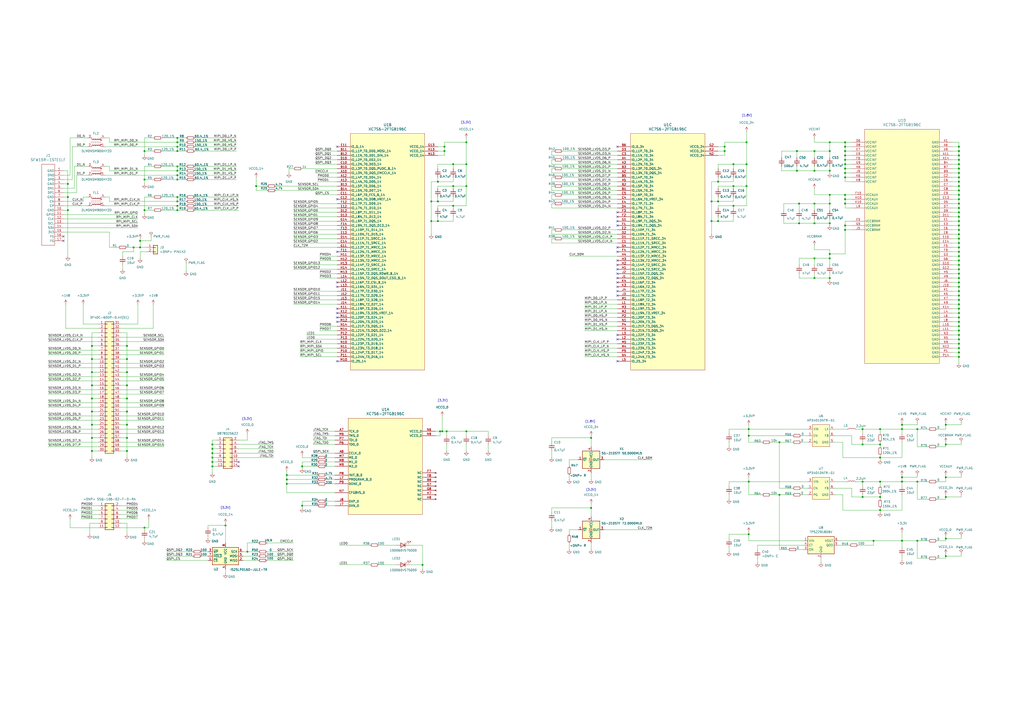
<source format=kicad_sch>
(kicad_sch (version 20250114) (generator "eeschema") (generator_version "9.0")
  (paper "A2")
  (title_block (title "mipi_spartan7"))
  (text "(1.8V)" (at 433.324 67.056 0) (effects (font (size 1.27 1.27))))
  (text "(3.3V)\n" (at 143.256 243.078 0) (effects (font (size 1.27 1.27))))
  (text "(3.3V)\n" (at 342.9 284.226 0) (effects (font (size 1.27 1.27))))
  (text "(1.8V)" (at 342.392 244.602 0) (effects (font (size 1.27 1.27))))
  (text "(3.3V)\n" (at 130.81 294.64 0) (effects (font (size 1.27 1.27))))
  (text "(3.3V)\n" (at 256.794 232.41 0) (effects (font (size 1.27 1.27))))
  (text "(3.3V)\n" (at 270.256 71.12 0) (effects (font (size 1.27 1.27))))
  (junction (at 523.24 246.38))
  (junction (at 53.34 246.38))
  (junction (at 102.87 82.55))
  (junction (at 463.55 118.11))
  (junction (at 556.26 156.21))
  (junction (at 556.26 115.57))
  (junction (at 556.26 199.39))
  (junction (at 490.22 90.17))
  (junction (at 102.87 104.14))
  (junction (at 556.26 107.95))
  (junction (at 73.66 215.9))
  (junction (at 556.26 158.75))
  (junction (at 102.87 99.06))
  (junction (at 175.26 293.37))
  (junction (at 556.26 161.29))
  (junction (at 342.9 294.64))
  (junction (at 434.34 309.88))
  (junction (at 245.11 327.66))
  (junction (at 53.34 208.28))
  (junction (at 510.54 248.92))
  (junction (at 123.19 265.43))
  (junction (at 532.13 313.69))
  (junction (at 123.19 270.51))
  (junction (at 481.33 113.03))
  (junction (at 255.27 250.19))
  (junction (at 548.64 276.86))
  (junction (at 556.26 151.13))
  (junction (at 556.26 128.27))
  (junction (at 490.22 95.25))
  (junction (at 523.24 313.69))
  (junction (at 39.37 106.68))
  (junction (at 556.26 186.69))
  (junction (at 523.24 279.4))
  (junction (at 500.38 257.81))
  (junction (at 73.66 223.52))
  (junction (at 556.26 179.07))
  (junction (at 510.54 288.29))
  (junction (at 102.87 119.38))
  (junction (at 556.26 184.15))
  (junction (at 433.07 82.55))
  (junction (at 270.51 82.55))
  (junction (at 556.26 153.67))
  (junction (at 556.26 204.47))
  (junction (at 500.38 248.92))
  (junction (at 556.26 87.63))
  (junction (at 506.73 313.69))
  (junction (at 77.47 143.51))
  (junction (at 412.75 128.27))
  (junction (at 472.44 161.29))
  (junction (at 548.64 246.38))
  (junction (at 39.37 121.92))
  (junction (at 83.82 121.92))
  (junction (at 556.26 196.85))
  (junction (at 463.55 129.54))
  (junction (at 73.66 261.62))
  (junction (at 556.26 113.03))
  (junction (at 73.66 200.66))
  (junction (at 102.87 80.01))
  (junction (at 262.89 95.25))
  (junction (at 342.9 254))
  (junction (at 556.26 105.41))
  (junction (at 532.13 279.4))
  (junction (at 490.22 87.63))
  (junction (at 556.26 163.83))
  (junction (at 556.26 148.59))
  (junction (at 556.26 176.53))
  (junction (at 490.22 130.81))
  (junction (at 250.19 116.84))
  (junction (at 254 128.27))
  (junction (at 425.45 107.95))
  (junction (at 416.56 116.84))
  (junction (at 259.08 250.19))
  (junction (at 490.22 97.79))
  (junction (at 481.33 161.29))
  (junction (at 123.19 267.97))
  (junction (at 556.26 168.91))
  (junction (at 556.26 181.61))
  (junction (at 73.66 246.38))
  (junction (at 481.33 147.32))
  (junction (at 472.44 129.54))
  (junction (at 130.81 304.8))
  (junction (at 53.34 200.66))
  (junction (at 270.51 95.25))
  (junction (at 462.28 87.63))
  (junction (at 166.37 280.67))
  (junction (at 490.22 115.57))
  (junction (at 548.64 257.81))
  (junction (at 53.34 231.14))
  (junction (at 425.45 119.38))
  (junction (at 556.26 191.77))
  (junction (at 73.66 254))
  (junction (at 102.87 87.63))
  (junction (at 556.26 102.87))
  (junction (at 523.24 248.92))
  (junction (at 433.07 95.25))
  (junction (at 412.75 116.84))
  (junction (at 556.26 100.33))
  (junction (at 420.37 87.63))
  (junction (at 166.37 275.59))
  (junction (at 262.89 107.95))
  (junction (at 416.56 105.41))
  (junction (at 490.22 102.87))
  (junction (at 73.66 208.28))
  (junction (at 123.19 257.81))
  (junction (at 548.64 322.58))
  (junction (at 523.24 276.86))
  (junction (at 548.64 288.29))
  (junction (at 490.22 85.09))
  (junction (at 481.33 149.86))
  (junction (at 556.26 207.01))
  (junction (at 270.51 250.19))
  (junction (at 490.22 113.03))
  (junction (at 490.22 82.55))
  (junction (at 556.26 189.23))
  (junction (at 481.33 129.54))
  (junction (at 556.26 171.45))
  (junction (at 270.51 107.95))
  (junction (at 53.34 223.52))
  (junction (at 556.26 118.11))
  (junction (at 254 105.41))
  (junction (at 416.56 128.27))
  (junction (at 556.26 92.71))
  (junction (at 556.26 110.49))
  (junction (at 462.28 99.06))
  (junction (at 254 116.84))
  (junction (at 123.19 262.89))
  (junction (at 472.44 87.63))
  (junction (at 257.81 87.63))
  (junction (at 481.33 118.11))
  (junction (at 556.26 138.43))
  (junction (at 257.81 85.09))
  (junction (at 556.26 130.81))
  (junction (at 556.26 125.73))
  (junction (at 556.26 173.99))
  (junction (at 53.34 254))
  (junction (at 123.19 260.35))
  (junction (at 83.82 306.07))
  (junction (at 452.12 287.02))
  (junction (at 433.07 107.95))
  (junction (at 148.59 107.95))
  (junction (at 81.28 143.51))
  (junction (at 102.87 121.92))
  (junction (at 472.44 99.06))
  (junction (at 548.64 312.42))
  (junction (at 556.26 166.37))
  (junction (at 490.22 133.35))
  (junction (at 420.37 85.09))
  (junction (at 262.89 119.38))
  (junction (at 73.66 238.76))
  (junction (at 39.37 114.3))
  (junction (at 83.82 104.14))
  (junction (at 73.66 231.14))
  (junction (at 500.38 288.29))
  (junction (at 434.34 252.73))
  (junction (at 102.87 116.84))
  (junction (at 481.33 99.06))
  (junction (at 102.87 114.3))
  (junction (at 490.22 92.71))
  (junction (at 556.26 95.25))
  (junction (at 556.26 123.19))
  (junction (at 556.26 120.65))
  (junction (at 481.33 87.63))
  (junction (at 556.26 194.31))
  (junction (at 250.19 128.27))
  (junction (at 425.45 95.25))
  (junction (at 53.34 215.9))
  (junction (at 510.54 279.4))
  (junction (at 500.38 279.4))
  (junction (at 556.26 90.17))
  (junction (at 490.22 100.33))
  (junction (at 81.28 139.7))
  (junction (at 556.26 146.05))
  (junction (at 490.22 118.11))
  (junction (at 510.54 265.43))
  (junction (at 143.51 320.04))
  (junction (at 556.26 140.97))
  (junction (at 556.26 97.79))
  (junction (at 556.26 201.93))
  (junction (at 452.12 256.54))
  (junction (at 556.26 85.09))
  (junction (at 472.44 149.86))
  (junction (at 434.34 279.4))
  (junction (at 53.34 238.76))
  (junction (at 556.26 135.89))
  (junction (at 510.54 257.81))
  (junction (at 472.44 118.11))
  (junction (at 481.33 82.55))
  (junction (at 434.34 248.92))
  (junction (at 102.87 96.52))
  (junction (at 256.54 250.19))
  (junction (at 510.54 295.91))
  (junction (at 556.26 133.35))
  (junction (at 166.37 278.13))
  (junction (at 102.87 101.6))
  (junction (at 556.26 143.51))
  (junction (at 175.26 270.51))
  (junction (at 102.87 85.09))
  (junction (at 532.13 248.92))
  (junction (at 83.82 87.63))
  (junction (at 53.34 261.62))
  (no_connect (at 358.14 209.55))
  (no_connect (at 358.14 85.09))
  (no_connect (at 195.58 179.07))
  (no_connect (at 195.58 181.61))
  (no_connect (at 138.43 270.51))
  (no_connect (at 36.83 139.7))
  (no_connect (at 358.14 128.27))
  (no_connect (at 358.14 125.73))
  (no_connect (at 358.14 168.91))
  (no_connect (at 195.58 163.83))
  (no_connect (at 358.14 161.29))
  (no_connect (at 358.14 158.75))
  (no_connect (at 358.14 166.37))
  (no_connect (at 138.43 267.97))
  (no_connect (at 358.14 151.13))
  (no_connect (at 358.14 171.45))
  (no_connect (at 358.14 156.21))
  (no_connect (at 358.14 153.67))
  (no_connect (at 195.58 209.55))
  (no_connect (at 36.83 137.16))
  (no_connect (at 358.14 146.05))
  (no_connect (at 195.58 186.69))
  (no_connect (at 195.58 85.09))
  (no_connect (at 195.58 184.15))
  (no_connect (at 358.14 143.51))
  (no_connect (at 358.14 163.83))
  (no_connect (at 358.14 196.85))
  (no_connect (at 195.58 115.57))
  (no_connect (at 358.14 194.31))
  (no_connect (at 195.58 146.05))
  (no_connect (at 195.58 166.37))
  (no_connect (at 358.14 123.19))
  (no_connect (at 358.14 130.81))
  (wire (pts (xy 556.26 102.87) (xy 556.26 105.41)))
  (wire (pts (xy 102.87 85.09) (xy 102.87 87.63)))
  (wire (pts (xy 123.19 270.51) (xy 123.19 274.32)))
  (wire (pts (xy 548.64 256.54) (xy 548.64 257.81)))
  (wire (pts (xy 123.19 257.81) (xy 125.73 257.81)))
  (wire (pts (xy 113.03 80.01) (xy 137.16 80.01)))
  (wire (pts (xy 270.51 119.38) (xy 270.51 107.95)))
  (wire (pts (xy 339.09 173.99) (xy 358.14 173.99)))
  (wire (pts (xy 320.04 107.95) (xy 321.31 107.95)))
  (wire (pts (xy 140.97 322.58) (xy 149.86 322.58)))
  (wire (pts (xy 27.94 195.58) (xy 57.15 195.58)))
  (wire (pts (xy 36.83 129.54) (xy 80.01 129.54)))
  (wire (pts (xy 185.42 148.59) (xy 195.58 148.59)))
  (wire (pts (xy 422.91 248.92) (xy 434.34 248.92)))
  (wire (pts (xy 237.49 316.23) (xy 245.11 316.23)))
  (wire (pts (xy 556.26 138.43) (xy 556.26 140.97)))
  (wire (pts (xy 552.45 179.07) (xy 556.26 179.07)))
  (wire (pts (xy 175.26 293.37) (xy 175.26 290.83)))
  (wire (pts (xy 254 95.25) (xy 262.89 95.25)))
  (wire (pts (xy 73.66 231.14) (xy 73.66 223.52)))
  (wire (pts (xy 488.95 256.54) (xy 488.95 265.43)))
  (wire (pts (xy 422.91 287.02) (xy 422.91 289.56)))
  (wire (pts (xy 270.51 250.19) (xy 270.51 252.73)))
  (wire (pts (xy 262.89 95.25) (xy 262.89 97.79)))
  (wire (pts (xy 320.04 110.49) (xy 358.14 110.49)))
  (wire (pts (xy 483.87 283.21) (xy 494.03 283.21)))
  (wire (pts (xy 488.95 295.91) (xy 510.54 295.91)))
  (wire (pts (xy 490.22 100.33) (xy 494.03 100.33)))
  (wire (pts (xy 490.22 130.81) (xy 494.03 130.81)))
  (wire (pts (xy 556.26 82.55) (xy 556.26 85.09)))
  (wire (pts (xy 556.26 171.45) (xy 556.26 173.99)))
  (wire (pts (xy 27.94 213.36) (xy 57.15 213.36)))
  (wire (pts (xy 63.5 143.51) (xy 68.58 143.51)))
  (wire (pts (xy 320.04 90.17) (xy 320.04 87.63)))
  (wire (pts (xy 53.34 231.14) (xy 53.34 238.76)))
  (wire (pts (xy 93.98 87.63) (xy 102.87 87.63)))
  (wire (pts (xy 181.61 257.81) (xy 194.31 257.81)))
  (wire (pts (xy 481.33 129.54) (xy 481.33 130.81)))
  (wire (pts (xy 490.22 95.25) (xy 494.03 95.25)))
  (wire (pts (xy 46.99 300.99) (xy 57.15 300.99)))
  (wire (pts (xy 254 116.84) (xy 250.19 116.84)))
  (wire (pts (xy 557.53 321.31) (xy 557.53 322.58)))
  (wire (pts (xy 326.39 118.11) (xy 358.14 118.11)))
  (wire (pts (xy 556.26 158.75) (xy 556.26 161.29)))
  (wire (pts (xy 552.45 123.19) (xy 556.26 123.19)))
  (wire (pts (xy 170.18 176.53) (xy 195.58 176.53)))
  (wire (pts (xy 481.33 147.32) (xy 481.33 149.86)))
  (wire (pts (xy 245.11 316.23) (xy 245.11 327.66)))
  (wire (pts (xy 500.38 248.92) (xy 500.38 251.46)))
  (wire (pts (xy 494.03 252.73) (xy 494.03 257.81)))
  (wire (pts (xy 481.33 149.86) (xy 481.33 153.67)))
  (wire (pts (xy 138.43 255.27) (xy 143.51 255.27)))
  (wire (pts (xy 556.26 153.67) (xy 556.26 156.21)))
  (wire (pts (xy 422.91 317.5) (xy 422.91 320.04)))
  (wire (pts (xy 466.09 316.23) (xy 439.42 316.23)))
  (wire (pts (xy 102.87 101.6) (xy 107.95 101.6)))
  (wire (pts (xy 170.18 153.67) (xy 195.58 153.67)))
  (wire (pts (xy 60.96 114.3) (xy 63.5 114.3)))
  (wire (pts (xy 510.54 248.92) (xy 500.38 248.92)))
  (wire (pts (xy 490.22 115.57) (xy 494.03 115.57)))
  (wire (pts (xy 556.26 118.11) (xy 556.26 120.65)))
  (wire (pts (xy 166.37 285.75) (xy 166.37 280.67)))
  (wire (pts (xy 63.5 82.55) (xy 102.87 82.55)))
  (wire (pts (xy 170.18 140.97) (xy 195.58 140.97)))
  (wire (pts (xy 39.37 99.06) (xy 39.37 106.68)))
  (wire (pts (xy 548.64 246.38) (xy 548.64 248.92)))
  (wire (pts (xy 185.42 161.29) (xy 195.58 161.29)))
  (wire (pts (xy 548.64 279.4) (xy 543.56 279.4)))
  (wire (pts (xy 39.37 106.68) (xy 39.37 114.3)))
  (wire (pts (xy 420.37 90.17) (xy 420.37 87.63)))
  (wire (pts (xy 490.22 95.25) (xy 490.22 92.71)))
  (wire (pts (xy 532.13 246.38) (xy 523.24 246.38)))
  (wire (pts (xy 102.87 85.09) (xy 107.95 85.09)))
  (wire (pts (xy 483.87 252.73) (xy 494.03 252.73)))
  (wire (pts (xy 254 85.09) (xy 257.81 85.09)))
  (wire (pts (xy 170.18 128.27) (xy 195.58 128.27)))
  (wire (pts (xy 102.87 101.6) (xy 102.87 104.14)))
  (wire (pts (xy 464.82 256.54) (xy 468.63 256.54)))
  (wire (pts (xy 420.37 82.55) (xy 433.07 82.55)))
  (wire (pts (xy 481.33 113.03) (xy 490.22 113.03)))
  (wire (pts (xy 486.41 313.69) (xy 506.73 313.69)))
  (wire (pts (xy 548.64 322.58) (xy 548.64 323.85)))
  (wire (pts (xy 69.85 200.66) (xy 73.66 200.66)))
  (wire (pts (xy 254 107.95) (xy 262.89 107.95)))
  (wire (pts (xy 490.22 118.11) (xy 494.03 118.11)))
  (wire (pts (xy 262.89 105.41) (xy 254 105.41)))
  (wire (pts (xy 532.13 245.11) (xy 532.13 246.38)))
  (wire (pts (xy 102.87 104.14) (xy 107.95 104.14)))
  (wire (pts (xy 185.42 151.13) (xy 195.58 151.13)))
  (wire (pts (xy 175.26 271.78) (xy 175.26 270.51)))
  (wire (pts (xy 71.12 148.59) (xy 71.12 146.05)))
  (wire (pts (xy 27.94 243.84) (xy 57.15 243.84)))
  (wire (pts (xy 184.15 105.41) (xy 195.58 105.41)))
  (wire (pts (xy 102.87 87.63) (xy 107.95 87.63)))
  (wire (pts (xy 490.22 97.79) (xy 490.22 95.25)))
  (wire (pts (xy 123.19 267.97) (xy 123.19 270.51)))
  (wire (pts (xy 556.26 100.33) (xy 556.26 102.87)))
  (wire (pts (xy 175.26 293.37) (xy 184.15 293.37)))
  (wire (pts (xy 425.45 128.27) (xy 416.56 128.27)))
  (wire (pts (xy 433.07 76.2) (xy 433.07 82.55)))
  (wire (pts (xy 154.94 314.96) (xy 170.18 314.96)))
  (wire (pts (xy 556.26 92.71) (xy 552.45 92.71)))
  (wire (pts (xy 73.66 215.9) (xy 73.66 208.28)))
  (wire (pts (xy 552.45 171.45) (xy 556.26 171.45)))
  (wire (pts (xy 466.09 313.69) (xy 434.34 313.69)))
  (wire (pts (xy 523.24 295.91) (xy 510.54 295.91)))
  (wire (pts (xy 182.88 92.71) (xy 195.58 92.71)))
  (wire (pts (xy 88.9 190.5) (xy 88.9 176.53)))
  (wire (pts (xy 73.66 238.76) (xy 73.66 231.14)))
  (wire (pts (xy 459.74 283.21) (xy 452.12 283.21)))
  (wire (pts (xy 481.33 144.78) (xy 481.33 147.32)))
  (wire (pts (xy 148.59 102.87) (xy 148.59 107.95)))
  (wire (pts (xy 463.55 118.11) (xy 472.44 118.11)))
  (wire (pts (xy 166.37 280.67) (xy 184.15 280.67)))
  (wire (pts (xy 255.27 252.73) (xy 255.27 250.19)))
  (wire (pts (xy 548.64 323.85) (xy 543.56 323.85)))
  (wire (pts (xy 48.26 114.3) (xy 50.8 114.3)))
  (wire (pts (xy 556.26 166.37) (xy 556.26 168.91)))
  (wire (pts (xy 472.44 113.03) (xy 481.33 113.03)))
  (wire (pts (xy 552.45 176.53) (xy 556.26 176.53)))
  (wire (pts (xy 510.54 257.81) (xy 510.54 259.08)))
  (wire (pts (xy 523.24 275.59) (xy 523.24 276.86)))
  (wire (pts (xy 320.04 102.87) (xy 321.31 102.87)))
  (wire (pts (xy 130.81 304.8) (xy 130.81 314.96)))
  (wire (pts (xy 420.37 87.63) (xy 420.37 85.09)))
  (wire (pts (xy 447.04 287.02) (xy 452.12 287.02)))
  (wire (pts (xy 95.25 203.2) (xy 69.85 203.2)))
  (wire (pts (xy 39.37 121.92) (xy 39.37 148.59)))
  (wire (pts (xy 259.08 250.19) (xy 270.51 250.19)))
  (wire (pts (xy 548.64 288.29) (xy 557.53 288.29)))
  (wire (pts (xy 36.83 116.84) (xy 48.26 116.84)))
  (wire (pts (xy 556.26 161.29) (xy 556.26 163.83)))
  (wire (pts (xy 416.56 116.84) (xy 412.75 116.84)))
  (wire (pts (xy 494.03 257.81) (xy 500.38 257.81)))
  (wire (pts (xy 116.84 320.04) (xy 120.65 320.04)))
  (wire (pts (xy 494.03 128.27) (xy 490.22 128.27)))
  (wire (pts (xy 320.04 118.11) (xy 321.31 118.11)))
  (wire (pts (xy 339.09 179.07) (xy 358.14 179.07)))
  (wire (pts (xy 69.85 293.37) (xy 80.01 293.37)))
  (wire (pts (xy 262.89 114.3) (xy 262.89 116.84)))
  (wire (pts (xy 123.19 265.43) (xy 125.73 265.43)))
  (wire (pts (xy 259.08 250.19) (xy 259.08 252.73)))
  (wire (pts (xy 27.94 259.08) (xy 57.15 259.08)))
  (wire (pts (xy 53.34 200.66) (xy 53.34 208.28)))
  (wire (pts (xy 69.85 261.62) (xy 73.66 261.62)))
  (wire (pts (xy 320.04 256.54) (xy 320.04 254)))
  (wire (pts (xy 255.27 250.19) (xy 252.73 250.19)))
  (wire (pts (xy 53.34 246.38) (xy 57.15 246.38)))
  (wire (pts (xy 166.37 278.13) (xy 166.37 275.59)))
  (wire (pts (xy 283.21 257.81) (xy 283.21 261.62)))
  (wire (pts (xy 490.22 133.35) (xy 494.03 133.35)))
  (wire (pts (xy 552.45 181.61) (xy 556.26 181.61)))
  (wire (pts (xy 462.28 87.63) (xy 453.39 87.63)))
  (wire (pts (xy 83.82 306.07) (xy 83.82 307.34)))
  (wire (pts (xy 73.66 254) (xy 73.66 246.38)))
  (wire (pts (xy 259.08 250.19) (xy 256.54 250.19)))
  (wire (pts (xy 60.96 119.38) (xy 102.87 119.38)))
  (wire (pts (xy 339.09 176.53) (xy 358.14 176.53)))
  (wire (pts (xy 102.87 116.84) (xy 107.95 116.84)))
  (wire (pts (xy 416.56 120.65) (xy 416.56 119.38)))
  (wire (pts (xy 556.26 113.03) (xy 556.26 115.57)))
  (wire (pts (xy 416.56 128.27) (xy 412.75 128.27)))
  (wire (pts (xy 73.66 303.53) (xy 73.66 309.88)))
  (wire (pts (xy 556.26 201.93) (xy 556.26 204.47)))
  (wire (pts (xy 36.83 111.76) (xy 44.45 111.76)))
  (wire (pts (xy 481.33 82.55) (xy 481.33 87.63)))
  (wire (pts (xy 320.04 95.25) (xy 320.04 92.71)))
  (wire (pts (xy 556.26 204.47) (xy 556.26 207.01)))
  (wire (pts (xy 88.9 114.3) (xy 83.82 114.3)))
  (wire (pts (xy 40.64 306.07) (xy 57.15 306.07)))
  (wire (pts (xy 123.19 270.51) (xy 125.73 270.51)))
  (wire (pts (xy 510.54 288.29) (xy 510.54 289.56)))
  (wire (pts (xy 538.48 323.85) (xy 532.13 323.85)))
  (wire (pts (xy 342.9 274.32) (xy 342.9 278.13)))
  (wire (pts (xy 532.13 276.86) (xy 523.24 276.86)))
  (wire (pts (xy 320.04 115.57) (xy 358.14 115.57)))
  (wire (pts (xy 464.82 283.21) (xy 468.63 283.21)))
  (wire (pts (xy 552.45 97.79) (xy 556.26 97.79)))
  (wire (pts (xy 454.66 129.54) (xy 463.55 129.54)))
  (wire (pts (xy 552.45 82.55) (xy 556.26 82.55)))
  (wire (pts (xy 69.85 306.07) (xy 83.82 306.07)))
  (wire (pts (xy 81.28 138.43) (xy 81.28 139.7)))
  (wire (pts (xy 166.37 275.59) (xy 166.37 273.05)))
  (wire (pts (xy 472.44 82.55) (xy 472.44 80.01)))
  (wire (pts (xy 454.66 118.11) (xy 454.66 121.92)))
  (wire (pts (xy 320.04 90.17) (xy 358.14 90.17)))
  (wire (pts (xy 154.94 325.12) (xy 170.18 325.12)))
  (wire (pts (xy 95.25 220.98) (xy 69.85 220.98)))
  (wire (pts (xy 463.55 118.11) (xy 454.66 118.11)))
  (wire (pts (xy 523.24 313.69) (xy 523.24 317.5)))
  (wire (pts (xy 472.44 149.86) (xy 463.55 149.86)))
  (wire (pts (xy 342.9 254) (xy 342.9 259.08)))
  (wire (pts (xy 189.23 278.13) (xy 194.31 278.13)))
  (wire (pts (xy 270.51 250.19) (xy 283.21 250.19)))
  (wire (pts (xy 262.89 119.38) (xy 262.89 120.65)))
  (wire (pts (xy 113.03 99.06) (xy 137.16 99.06)))
  (wire (pts (xy 116.84 322.58) (xy 120.65 322.58)))
  (wire (pts (xy 113.03 116.84) (xy 138.43 116.84)))
  (wire (pts (xy 262.89 95.25) (xy 270.51 95.25)))
  (wire (pts (xy 256.54 250.19) (xy 255.27 250.19)))
  (wire (pts (xy 490.22 118.11) (xy 490.22 115.57)))
  (wire (pts (xy 102.87 119.38) (xy 107.95 119.38)))
  (wire (pts (xy 86.36 300.99) (xy 86.36 306.07)))
  (wire (pts (xy 170.18 133.35) (xy 195.58 133.35)))
  (wire (pts (xy 63.5 134.62) (xy 63.5 143.51)))
  (wire (pts (xy 490.22 82.55) (xy 481.33 82.55)))
  (wire (pts (xy 96.52 325.12) (xy 120.65 325.12)))
  (wire (pts (xy 481.33 96.52) (xy 481.33 99.06)))
  (wire (pts (xy 532.13 279.4) (xy 538.48 279.4)))
  (wire (pts (xy 53.34 208.28) (xy 57.15 208.28)))
  (wire (pts (xy 53.34 261.62) (xy 57.15 261.62)))
  (wire (pts (xy 523.24 279.4) (xy 532.13 279.4)))
  (wire (pts (xy 339.09 184.15) (xy 358.14 184.15)))
  (wire (pts (xy 60.96 85.09) (xy 102.87 85.09)))
  (wire (pts (xy 53.34 223.52) (xy 57.15 223.52)))
  (wire (pts (xy 510.54 265.43) (xy 510.54 266.7)))
  (wire (pts (xy 552.45 113.03) (xy 556.26 113.03)))
  (wire (pts (xy 552.45 153.67) (xy 556.26 153.67)))
  (wire (pts (xy 170.18 173.99) (xy 195.58 173.99)))
  (wire (pts (xy 422.91 281.94) (xy 422.91 279.4)))
  (wire (pts (xy 262.89 107.95) (xy 270.51 107.95)))
  (wire (pts (xy 557.53 276.86) (xy 548.64 276.86)))
  (wire (pts (xy 160.02 110.49) (xy 195.58 110.49)))
  (wire (pts (xy 476.25 323.85) (xy 476.25 326.39)))
  (wire (pts (xy 53.34 246.38) (xy 53.34 254)))
  (wire (pts (xy 326.39 87.63) (xy 358.14 87.63)))
  (wire (pts (xy 83.82 96.52) (xy 83.82 104.14)))
  (wire (pts (xy 548.64 322.58) (xy 557.53 322.58)))
  (wire (pts (xy 416.56 87.63) (xy 420.37 87.63)))
  (wire (pts (xy 557.53 257.81) (xy 548.64 257.81)))
  (wire (pts (xy 254 90.17) (xy 257.81 90.17)))
  (wire (pts (xy 552.45 128.27) (xy 556.26 128.27)))
  (wire (pts (xy 416.56 109.22) (xy 416.56 107.95)))
  (wire (pts (xy 113.03 85.09) (xy 137.16 85.09)))
  (wire (pts (xy 552.45 107.95) (xy 556.26 107.95)))
  (wire (pts (xy 326.39 138.43) (xy 358.14 138.43)))
  (wire (pts (xy 552.45 207.01) (xy 556.26 207.01)))
  (wire (pts (xy 523.24 281.94) (xy 523.24 279.4)))
  (wire (pts (xy 552.45 184.15) (xy 556.26 184.15)))
  (wire (pts (xy 548.64 321.31) (xy 548.64 322.58)))
  (wire (pts (xy 102.87 114.3) (xy 102.87 116.84)))
  (wire (pts (xy 189.23 265.43) (xy 194.31 265.43)))
  (wire (pts (xy 102.87 80.01) (xy 107.95 80.01)))
  (wire (pts (xy 463.55 161.29) (xy 472.44 161.29)))
  (wire (pts (xy 457.2 318.77) (xy 452.12 318.77)))
  (wire (pts (xy 36.83 127) (xy 80.01 127)))
  (wire (pts (xy 73.66 200.66) (xy 73.66 193.04)))
  (wire (pts (xy 36.83 132.08) (xy 80.01 132.08)))
  (wire (pts (xy 552.45 110.49) (xy 556.26 110.49)))
  (wire (pts (xy 490.22 85.09) (xy 490.22 82.55)))
  (wire (pts (xy 556.26 179.07) (xy 556.26 181.61)))
  (wire (pts (xy 175.26 290.83) (xy 184.15 290.83)))
  (wire (pts (xy 177.8 196.85) (xy 195.58 196.85)))
  (wire (pts (xy 102.87 114.3) (xy 107.95 114.3)))
  (wire (pts (xy 350.52 266.7) (xy 378.46 266.7)))
  (wire (pts (xy 556.26 194.31) (xy 556.26 196.85)))
  (wire (pts (xy 490.22 105.41) (xy 490.22 102.87)))
  (wire (pts (xy 27.94 220.98) (xy 57.15 220.98)))
  (wire (pts (xy 481.33 158.75) (xy 481.33 161.29)))
  (wire (pts (xy 416.56 85.09) (xy 420.37 85.09)))
  (wire (pts (xy 496.57 279.4) (xy 500.38 279.4)))
  (wire (pts (xy 270.51 82.55) (xy 270.51 80.01)))
  (wire (pts (xy 250.19 105.41) (xy 250.19 116.84)))
  (wire (pts (xy 556.26 148.59) (xy 556.26 151.13)))
  (wire (pts (xy 113.03 121.92) (xy 138.43 121.92)))
  (wire (pts (xy 548.64 313.69) (xy 543.56 313.69)))
  (wire (pts (xy 36.83 104.14) (xy 41.91 104.14)))
  (wire (pts (xy 254 97.79) (xy 254 95.25)))
  (wire (pts (xy 556.26 107.95) (xy 556.26 110.49)))
  (wire (pts (xy 44.45 101.6) (xy 50.8 101.6)))
  (wire (pts (xy 523.24 251.46) (xy 523.24 248.92)))
  (wire (pts (xy 452.12 287.02) (xy 459.74 287.02)))
  (wire (pts (xy 167.64 97.79) (xy 167.64 100.33)))
  (wire (pts (xy 53.34 238.76) (xy 53.34 246.38)))
  (wire (pts (xy 464.82 287.02) (xy 468.63 287.02)))
  (wire (pts (xy 44.45 101.6) (xy 44.45 111.76)))
  (wire (pts (xy 552.45 161.29) (xy 556.26 161.29)))
  (wire (pts (xy 27.94 233.68) (xy 57.15 233.68)))
  (wire (pts (xy 422.91 256.54) (xy 422.91 259.08)))
  (wire (pts (xy 463.55 118.11) (xy 463.55 121.92)))
  (wire (pts (xy 552.45 173.99) (xy 556.26 173.99)))
  (wire (pts (xy 452.12 287.02) (xy 452.12 318.77)))
  (wire (pts (xy 556.26 168.91) (xy 556.26 171.45)))
  (wire (pts (xy 120.65 306.07) (xy 120.65 304.8)))
  (wire (pts (xy 556.26 125.73) (xy 556.26 128.27)))
  (wire (pts (xy 175.26 97.79) (xy 195.58 97.79)))
  (wire (pts (xy 166.37 278.13) (xy 166.37 280.67)))
  (wire (pts (xy 170.18 171.45) (xy 195.58 171.45)))
  (wire (pts (xy 53.34 193.04) (xy 53.34 200.66)))
  (wire (pts (xy 434.34 248.92) (xy 434.34 246.38)))
  (wire (pts (xy 257.81 87.63) (xy 257.81 85.09)))
  (wire (pts (xy 177.8 194.31) (xy 195.58 194.31)))
  (wire (pts (xy 95.25 259.08) (xy 69.85 259.08)))
  (wire (pts (xy 320.04 100.33) (xy 320.04 97.79)))
  (wire (pts (xy 182.88 95.25) (xy 195.58 95.25)))
  (wire (pts (xy 462.28 99.06) (xy 472.44 99.06)))
  (wire (pts (xy 416.56 105.41) (xy 412.75 105.41)))
  (wire (pts (xy 552.45 163.83) (xy 556.26 163.83)))
  (wire (pts (xy 425.45 102.87) (xy 425.45 105.41)))
  (wire (pts (xy 113.03 96.52) (xy 137.16 96.52)))
  (wire (pts (xy 81.28 146.05) (xy 81.28 149.86)))
  (wire (pts (xy 452.12 256.54) (xy 459.74 256.54)))
  (wire (pts (xy 472.44 144.78) (xy 481.33 144.78)))
  (wire (pts (xy 254 114.3) (xy 254 116.84)))
  (wire (pts (xy 113.03 87.63) (xy 137.16 87.63)))
  (wire (pts (xy 320.04 100.33) (xy 358.14 100.33)))
  (wire (pts (xy 552.45 135.89) (xy 556.26 135.89)))
  (wire (pts (xy 36.83 99.06) (xy 39.37 99.06)))
  (wire (pts (xy 548.64 276.86) (xy 548.64 279.4)))
  (wire (pts (xy 523.24 245.11) (xy 523.24 246.38)))
  (wire (pts (xy 80.01 187.96) (xy 69.85 187.96)))
  (wire (pts (xy 552.45 115.57) (xy 556.26 115.57)))
  (wire (pts (xy 123.19 260.35) (xy 123.19 262.89)))
  (wire (pts (xy 27.94 236.22) (xy 57.15 236.22)))
  (wire (pts (xy 250.19 116.84) (xy 250.19 128.27)))
  (wire (pts (xy 57.15 303.53) (xy 52.07 303.53)))
  (wire (pts (xy 320.04 113.03) (xy 321.31 113.03)))
  (wire (pts (xy 189.23 293.37) (xy 194.31 293.37)))
  (wire (pts (xy 154.94 322.58) (xy 170.18 322.58)))
  (wire (pts (xy 83.82 312.42) (xy 83.82 313.69)))
  (wire (pts (xy 523.24 287.02) (xy 523.24 295.91)))
  (wire (pts (xy 181.61 250.19) (xy 194.31 250.19)))
  (wire (pts (xy 422.91 312.42) (xy 422.91 309.88)))
  (wire (pts (xy 53.34 223.52) (xy 53.34 231.14)))
  (wire (pts (xy 326.39 113.03) (xy 358.14 113.03)))
  (wire (pts (xy 81.28 143.51) (xy 85.09 143.51)))
  (wire (pts (xy 96.52 322.58) (xy 111.76 322.58)))
  (wire (pts (xy 262.89 102.87) (xy 262.89 105.41)))
  (wire (pts (xy 245.11 327.66) (xy 245.11 330.2)))
  (wire (pts (xy 69.85 295.91) (xy 80.01 295.91)))
  (wire (pts (xy 552.45 120.65) (xy 556.26 120.65)))
  (wire (pts (xy 50.8 96.52) (xy 43.18 96.52)))
  (wire (pts (xy 53.34 238.76) (xy 57.15 238.76)))
  (wire (pts (xy 71.12 153.67) (xy 71.12 156.21)))
  (wire (pts (xy 80.01 176.53) (xy 80.01 187.96)))
  (wire (pts (xy 102.87 119.38) (xy 102.87 121.92)))
  (wire (pts (xy 73.66 143.51) (xy 77.47 143.51)))
  (wire (pts (xy 48.26 176.53) (xy 48.26 187.96)))
  (wire (pts (xy 320.04 140.97) (xy 320.04 138.43)))
  (wire (pts (xy 27.94 198.12) (xy 57.15 198.12)))
  (wire (pts (xy 557.53 256.54) (xy 557.53 257.81)))
  (wire (pts (xy 250.19 128.27) (xy 250.19 135.89)))
  (wire (pts (xy 556.26 143.51) (xy 556.26 146.05)))
  (wire (pts (xy 320.04 92.71) (xy 321.31 92.71)))
  (wire (pts (xy 472.44 129.54) (xy 481.33 129.54)))
  (wire (pts (xy 283.21 250.19) (xy 283.21 252.73)))
  (wire (pts (xy 434.34 252.73) (xy 434.34 248.92)))
  (wire (pts (xy 173.99 207.01) (xy 195.58 207.01)))
  (wire (pts (xy 556.26 95.25) (xy 556.26 97.79)))
  (wire (pts (xy 63.5 99.06) (xy 102.87 99.06)))
  (wire (pts (xy 36.83 134.62) (xy 63.5 134.62)))
  (wire (pts (xy 472.44 82.55) (xy 481.33 82.55)))
  (wire (pts (xy 53.34 231.14) (xy 57.15 231.14)))
  (wire (pts (xy 320.04 87.63) (xy 321.31 87.63)))
  (wire (pts (xy 69.85 223.52) (xy 73.66 223.52)))
  (wire (pts (xy 196.85 327.66) (xy 214.63 327.66)))
  (wire (pts (xy 173.99 199.39) (xy 195.58 199.39)))
  (wire (pts (xy 552.45 168.91) (xy 556.26 168.91)))
  (wire (pts (xy 254 102.87) (xy 254 105.41)))
  (wire (pts (xy 254 128.27) (xy 250.19 128.27)))
  (wire (pts (xy 453.39 99.06) (xy 462.28 99.06)))
  (wire (pts (xy 326.39 107.95) (xy 358.14 107.95)))
  (wire (pts (xy 506.73 316.23) (xy 506.73 313.69)))
  (wire (pts (xy 93.98 121.92) (xy 102.87 121.92)))
  (wire (pts (xy 490.22 92.71) (xy 494.03 92.71)))
  (wire (pts (xy 552.45 151.13) (xy 556.26 151.13)))
  (wire (pts (xy 40.64 80.01) (xy 50.8 80.01)))
  (wire (pts (xy 113.03 104.14) (xy 137.16 104.14)))
  (wire (pts (xy 500.38 257.81) (xy 510.54 257.81)))
  (wire (pts (xy 556.26 92.71) (xy 556.26 95.25)))
  (wire (pts (xy 416.56 114.3) (xy 416.56 116.84)))
  (wire (pts (xy 552.45 90.17) (xy 556.26 90.17)))
  (wire (pts (xy 523.24 248.92) (xy 532.13 248.92)))
  (wire (pts (xy 148.59 107.95) (xy 154.94 107.95)))
  (wire (pts (xy 556.26 130.81) (xy 556.26 133.35)))
  (wire (pts (xy 556.26 199.39) (xy 556.26 201.93)))
  (wire (pts (xy 538.48 289.56) (xy 532.13 289.56)))
  (wire (pts (xy 69.85 246.38) (xy 73.66 246.38)))
  (wire (pts (xy 532.13 275.59) (xy 532.13 276.86)))
  (wire (pts (xy 481.33 87.63) (xy 481.33 91.44)))
  (wire (pts (xy 434.34 279.4) (xy 468.63 279.4)))
  (wire (pts (xy 552.45 156.21) (xy 556.26 156.21)))
  (wire (pts (xy 63.5 96.52) (xy 63.5 99.06)))
  (wire (pts (xy 548.64 311.15) (xy 548.64 312.42)))
  (wire (pts (xy 46.99 293.37) (xy 57.15 293.37)))
  (wire (pts (xy 500.38 288.29) (xy 510.54 288.29)))
  (wire (pts (xy 102.87 82.55) (xy 107.95 82.55)))
  (wire (pts (xy 490.22 120.65) (xy 490.22 118.11)))
  (wire (pts (xy 556.26 186.69) (xy 556.26 189.23)))
  (wire (pts (xy 320.04 135.89) (xy 358.14 135.89)))
  (wire (pts (xy 552.45 138.43) (xy 556.26 138.43)))
  (wire (pts (xy 425.45 105.41) (xy 416.56 105.41)))
  (wire (pts (xy 339.09 186.69) (xy 358.14 186.69)))
  (wire (pts (xy 270.51 107.95) (xy 270.51 95.25)))
  (wire (pts (xy 102.87 99.06) (xy 107.95 99.06)))
  (wire (pts (xy 254 109.22) (xy 254 107.95)))
  (wire (pts (xy 510.54 279.4) (xy 500.38 279.4)))
  (wire (pts (xy 425.45 116.84) (xy 416.56 116.84)))
  (wire (pts (xy 552.45 140.97) (xy 556.26 140.97)))
  (wire (pts (xy 434.34 287.02) (xy 441.96 287.02)))
  (wire (pts (xy 53.34 215.9) (xy 57.15 215.9)))
  (wire (pts (xy 556.26 191.77) (xy 556.26 194.31)))
  (wire (pts (xy 552.45 166.37) (xy 556.26 166.37)))
  (wire (pts (xy 254 120.65) (xy 254 119.38)))
  (wire (pts (xy 556.26 176.53) (xy 556.26 179.07)))
  (wire (pts (xy 552.45 95.25) (xy 556.26 95.25)))
  (wire (pts (xy 532.13 248.92) (xy 538.48 248.92)))
  (wire (pts (xy 552.45 196.85) (xy 556.26 196.85)))
  (wire (pts (xy 552.45 191.77) (xy 556.26 191.77)))
  (wire (pts (xy 93.98 80.01) (xy 102.87 80.01)))
  (wire (pts (xy 175.26 270.51) (xy 175.26 267.97)))
  (wire (pts (xy 69.85 195.58) (xy 95.25 195.58)))
  (wire (pts (xy 182.88 100.33) (xy 195.58 100.33)))
  (wire (pts (xy 548.64 312.42) (xy 548.64 313.69)))
  (wire (pts (xy 320.04 97.79) (xy 321.31 97.79)))
  (wire (pts (xy 434.34 248.92) (xy 468.63 248.92)))
  (wire (pts (xy 434.34 276.86) (xy 434.34 279.4)))
  (wire (pts (xy 181.61 252.73) (xy 194.31 252.73)))
  (wire (pts (xy 320.04 120.65) (xy 320.04 118.11)))
  (wire (pts (xy 39.37 114.3) (xy 39.37 121.92)))
  (wire (pts (xy 548.64 245.11) (xy 548.64 246.38)))
  (wire (pts (xy 481.33 118.11) (xy 481.33 121.92)))
  (wire (pts (xy 270.51 257.81) (xy 270.51 261.62)))
  (wire (pts (xy 494.03 120.65) (xy 490.22 120.65)))
  (wire (pts (xy 523.24 313.69) (xy 532.13 313.69)))
  (wire (pts (xy 462.28 87.63) (xy 462.28 91.44)))
  (wire (pts (xy 52.07 303.53) (xy 52.07 309.88)))
  (wire (pts (xy 439.42 323.85) (xy 439.42 326.39)))
  (wire (pts (xy 170.18 130.81) (xy 195.58 130.81)))
  (wire (pts (xy 556.26 196.85) (xy 556.26 199.39)))
  (wire (pts (xy 262.89 125.73) (xy 262.89 128.27)))
  (wire (pts (xy 36.83 106.68) (xy 39.37 106.68)))
  (wire (pts (xy 95.25 251.46) (xy 69.85 251.46)))
  (wire (pts (xy 481.33 99.06) (xy 481.33 100.33)))
  (wire (pts (xy 196.85 316.23) (xy 214.63 316.23)))
  (wire (pts (xy 166.37 275.59) (xy 184.15 275.59)))
  (wire (pts (xy 556.26 146.05) (xy 556.26 148.59)))
  (wire (pts (xy 149.86 314.96) (xy 143.51 314.96)))
  (wire (pts (xy 60.96 96.52) (xy 63.5 96.52)))
  (wire (pts (xy 27.94 205.74) (xy 57.15 205.74)))
  (wire (pts (xy 60.96 80.01) (xy 63.5 80.01)))
  (wire (pts (xy 425.45 95.25) (xy 425.45 97.79)))
  (wire (pts (xy 143.51 320.04) (xy 149.86 320.04)))
  (wire (pts (xy 123.19 260.35) (xy 125.73 260.35)))
  (wire (pts (xy 27.94 248.92) (xy 57.15 248.92)))
  (wire (pts (xy 552.45 158.75) (xy 556.26 158.75)))
  (wire (pts (xy 69.85 238.76) (xy 73.66 238.76)))
  (wire (pts (xy 83.82 87.63) (xy 88.9 87.63)))
  (wire (pts (xy 510.54 264.16) (xy 510.54 265.43)))
  (wire (pts (xy 556.26 128.27) (xy 556.26 130.81)))
  (wire (pts (xy 83.82 121.92) (xy 83.82 124.46)))
  (wire (pts (xy 523.24 246.38) (xy 523.24 248.92)))
  (wire (pts (xy 95.25 241.3) (xy 69.85 241.3)))
  (wire (pts (xy 472.44 87.63) (xy 472.44 91.44)))
  (wire (pts (xy 556.26 207.01) (xy 556.26 210.82)))
  (wire (pts (xy 552.45 100.33) (xy 556.26 100.33)))
  (wire (pts (xy 143.51 255.27) (xy 143.51 251.46)))
  (wire (pts (xy 60.96 101.6) (xy 102.87 101.6)))
  (wire (pts (xy 46.99 295.91) (xy 57.15 295.91)))
  (wire (pts (xy 36.83 124.46) (xy 80.01 124.46)))
  (wire (pts (xy 166.37 278.13) (xy 184.15 278.13)))
  (wire (pts (xy 254 125.73) (xy 254 128.27)))
  (wire (pts (xy 71.12 146.05) (xy 77.47 146.05)))
  (wire (pts (xy 472.44 96.52) (xy 472.44 99.06)))
  (wire (pts (xy 184.15 102.87) (xy 195.58 102.87)))
  (wire (pts (xy 185.42 191.77) (xy 195.58 191.77)))
  (wire (pts (xy 464.82 252.73) (xy 468.63 252.73)))
  (wire (pts (xy 556.26 163.83) (xy 556.26 166.37)))
  (wire (pts (xy 83.82 121.92) (xy 88.9 121.92)))
  (wire (pts (xy 472.44 158.75) (xy 472.44 161.29)))
  (wire (pts (xy 262.89 116.84) (xy 254 116.84)))
  (wire (pts (xy 83.82 104.14) (xy 83.82 106.68)))
  (wire (pts (xy 552.45 189.23) (xy 556.26 189.23)))
  (wire (pts (xy 532.13 289.56) (xy 532.13 279.4)))
  (wire (pts (xy 185.42 189.23) (xy 195.58 189.23)))
  (wire (pts (xy 27.94 210.82) (xy 57.15 210.82)))
  (wire (pts (xy 523.24 265.43) (xy 510.54 265.43)))
  (wire (pts (xy 472.44 87.63) (xy 481.33 87.63)))
  (wire (pts (xy 69.85 303.53) (xy 73.66 303.53)))
  (wire (pts (xy 148.59 107.95) (xy 148.59 110.49)))
  (wire (pts (xy 95.25 205.74) (xy 69.85 205.74)))
  (wire (pts (xy 69.85 198.12) (xy 95.25 198.12)))
  (wire (pts (xy 523.24 308.61) (xy 523.24 313.69)))
  (wire (pts (xy 548.64 275.59) (xy 548.64 276.86)))
  (wire (pts (xy 140.97 320.04) (xy 143.51 320.04)))
  (wire (pts (xy 69.85 298.45) (xy 80.01 298.45)))
  (wire (pts (xy 170.18 118.11) (xy 195.58 118.11)))
  (wire (pts (xy 339.09 207.01) (xy 358.14 207.01)))
  (wire (pts (xy 182.88 113.03) (xy 195.58 113.03)))
  (wire (pts (xy 320.04 105.41) (xy 320.04 102.87)))
  (wire (pts (xy 490.22 97.79) (xy 494.03 97.79)))
  (wire (pts (xy 83.82 306.07) (xy 86.36 306.07)))
  (wire (pts (xy 27.94 218.44) (xy 57.15 218.44)))
  (wire (pts (xy 69.85 254) (xy 73.66 254)))
  (wire (pts (xy 154.94 110.49) (xy 148.59 110.49)))
  (wire (pts (xy 73.66 265.43) (xy 73.66 261.62)))
  (wire (pts (xy 494.03 105.41) (xy 490.22 105.41)))
  (wire (pts (xy 335.28 266.7) (xy 330.2 266.7)))
  (wire (pts (xy 552.45 201.93) (xy 556.26 201.93)))
  (wire (pts (xy 140.97 325.12) (xy 149.86 325.12)))
  (wire (pts (xy 416.56 95.25) (xy 425.45 95.25)))
  (wire (pts (xy 175.26 294.64) (xy 175.26 293.37)))
  (wire (pts (xy 532.13 313.69) (xy 538.48 313.69)))
  (wire (pts (xy 463.55 149.86) (xy 463.55 153.67)))
  (wire (pts (xy 254 105.41) (xy 250.19 105.41)))
  (wire (pts (xy 552.45 186.69) (xy 556.26 186.69)))
  (wire (pts (xy 113.03 101.6) (xy 137.16 101.6)))
  (wire (pts (xy 95.25 218.44) (xy 69.85 218.44)))
  (wire (pts (xy 320.04 138.43) (xy 321.31 138.43)))
  (wire (pts (xy 138.43 262.89) (xy 158.75 262.89)))
  (wire (pts (xy 510.54 287.02) (xy 510.54 288.29)))
  (wire (pts (xy 532.13 323.85) (xy 532.13 313.69)))
  (wire (pts (xy 123.19 265.43) (xy 123.19 267.97)))
  (wire (pts (xy 123.19 267.97) (xy 125.73 267.97)))
  (wire (pts (xy 490.22 100.33) (xy 490.22 97.79)))
  (wire (pts (xy 486.41 316.23) (xy 492.76 316.23)))
  (wire (pts (xy 557.53 287.02) (xy 557.53 288.29)))
  (wire (pts (xy 219.71 327.66) (xy 229.87 327.66)))
  (wire (pts (xy 462.28 318.77) (xy 466.09 318.77)))
  (wire (pts (xy 425.45 119.38) (xy 433.07 119.38)))
  (wire (pts (xy 552.45 85.09) (xy 556.26 85.09)))
  (wire (pts (xy 523.24 322.58) (xy 523.24 325.12)))
  (wire (pts (xy 102.87 80.01) (xy 102.87 82.55)))
  (wire (pts (xy 490.22 102.87) (xy 490.22 100.33)))
  (wire (pts (xy 510.54 256.54) (xy 510.54 257.81)))
  (wire (pts (xy 510.54 251.46) (xy 510.54 248.92)))
  (wire (pts (xy 95.25 248.92) (xy 69.85 248.92)))
  (wire (pts (xy 36.83 119.38) (xy 50.8 119.38)))
  (wire (pts (xy 416.56 125.73) (xy 416.56 128.27)))
  (wire (pts (xy 73.66 208.28) (xy 73.66 200.66)))
  (wire (pts (xy 38.1 176.53) (xy 38.1 190.5)))
  (wire (pts (xy 490.22 82.55) (xy 494.03 82.55)))
  (wire (pts (xy 339.09 201.93) (xy 358.14 201.93)))
  (wire (pts (xy 48.26 116.84) (xy 48.26 114.3)))
  (wire (pts (xy 412.75 105.41) (xy 412.75 116.84)))
  (wire (pts (xy 189.23 290.83) (xy 194.31 290.83)))
  (wire (pts (xy 490.22 128.27) (xy 490.22 130.81)))
  (wire (pts (xy 320.04 294.64) (xy 342.9 294.64)))
  (wire (pts (xy 83.82 87.63) (xy 83.82 90.17)))
  (wire (pts (xy 342.9 294.64) (xy 342.9 299.72)))
  (wire (pts (xy 85.09 146.05) (xy 81.28 146.05)))
  (wire (pts (xy 557.53 245.11) (xy 557.53 246.38)))
  (wire (pts (xy 326.39 92.71) (xy 358.14 92.71)))
  (wire (pts (xy 556.26 97.79) (xy 556.26 100.33)))
  (wire (pts (xy 548.64 248.92) (xy 543.56 248.92)))
  (wire (pts (xy 46.99 298.45) (xy 57.15 298.45)))
  (wire (pts (xy 27.94 228.6) (xy 57.15 228.6)))
  (wire (pts (xy 425.45 107.95) (xy 425.45 109.22)))
  (wire (pts (xy 339.09 204.47) (xy 358.14 204.47)))
  (wire (pts (xy 490.22 87.63) (xy 490.22 85.09)))
  (wire (pts (xy 219.71 316.23) (xy 229.87 316.23)))
  (wire (pts (xy 490.22 90.17) (xy 494.03 90.17)))
  (wire (pts (xy 452.12 283.21) (xy 452.12 256.54)))
  (wire (pts (xy 320.04 135.89) (xy 320.04 133.35)))
  (wire (pts (xy 88.9 80.01) (xy 83.82 80.01)))
  (wire (pts (xy 490.22 115.57) (xy 490.22 113.03)))
  (wire (pts (xy 556.26 140.97) (xy 556.26 143.51)))
  (wire (pts (xy 320.04 297.18) (xy 320.04 294.64)))
  (wire (pts (xy 73.66 261.62) (xy 73.66 254)))
  (wire (pts (xy 77.47 143.51) (xy 81.28 143.51)))
  (wire (pts (xy 490.22 113.03) (xy 494.03 113.03)))
  (wire (pts (xy 83.82 80.01) (xy 83.82 87.63)))
  (wire (pts (xy 170.18 123.19) (xy 195.58 123.19)))
  (wire (pts (xy 434.34 252.73) (xy 459.74 252.73)))
  (wire (pts (xy 320.04 110.49) (xy 320.04 107.95)))
  (wire (pts (xy 175.26 270.51) (xy 184.15 270.51)))
  (wire (pts (xy 433.07 95.25) (xy 433.07 82.55)))
  (wire (pts (xy 481.33 113.03) (xy 481.33 118.11)))
  (wire (pts (xy 27.94 226.06) (xy 57.15 226.06)))
  (wire (pts (xy 552.45 105.41) (xy 556.26 105.41)))
  (wire (pts (xy 81.28 139.7) (xy 87.63 139.7)))
  (wire (pts (xy 120.65 304.8) (xy 130.81 304.8)))
  (wire (pts (xy 434.34 279.4) (xy 434.34 287.02)))
  (wire (pts (xy 462.28 87.63) (xy 472.44 87.63)))
  (wire (pts (xy 548.64 257.81) (xy 548.64 259.08)))
  (wire (pts (xy 93.98 96.52) (xy 102.87 96.52)))
  (wire (pts (xy 173.99 201.93) (xy 195.58 201.93)))
  (wire (pts (xy 262.89 119.38) (xy 270.51 119.38)))
  (wire (pts (xy 262.89 128.27) (xy 254 128.27)))
  (wire (pts (xy 40.64 101.6) (xy 36.83 101.6)))
  (wire (pts (xy 552.45 194.31) (xy 556.26 194.31)))
  (wire (pts (xy 170.18 120.65) (xy 195.58 120.65)))
  (wire (pts (xy 433.07 119.38) (xy 433.07 107.95)))
  (wire (pts (xy 95.25 226.06) (xy 69.85 226.06)))
  (wire (pts (xy 463.55 127) (xy 463.55 129.54)))
  (wire (pts (xy 556.26 135.89) (xy 556.26 138.43)))
  (wire (pts (xy 335.28 307.34) (xy 330.2 307.34)))
  (wire (pts (xy 181.61 262.89) (xy 194.31 262.89)))
  (wire (pts (xy 416.56 97.79) (xy 416.56 95.25)))
  (wire (pts (xy 556.26 151.13) (xy 556.26 153.67)))
  (wire (pts (xy 189.23 270.51) (xy 194.31 270.51)))
  (wire (pts (xy 257.81 90.17) (xy 257.81 87.63)))
  (wire (pts (xy 434.34 256.54) (xy 441.96 256.54)))
  (wire (pts (xy 123.19 255.27) (xy 123.19 257.81)))
  (wire (pts (xy 123.19 262.89) (xy 123.19 265.43)))
  (wire (pts (xy 27.94 203.2) (xy 57.15 203.2)))
  (wire (pts (xy 500.38 279.4) (xy 500.38 281.94)))
  (wire (pts (xy 342.9 314.96) (xy 342.9 318.77)))
  (wire (pts (xy 483.87 287.02) (xy 488.95 287.02)))
  (wire (pts (xy 254 87.63) (xy 257.81 87.63)))
  (wire (pts (xy 490.22 92.71) (xy 490.22 90.17)))
  (wire (pts (xy 494.03 288.29) (xy 500.38 288.29)))
  (wire (pts (xy 481.33 127) (xy 481.33 129.54)))
  (wire (pts (xy 63.5 116.84) (xy 102.87 116.84)))
  (wire (pts (xy 490.22 130.81) (xy 490.22 133.35)))
  (wire (pts (xy 556.26 105.41) (xy 556.26 107.95)))
  (wire (pts (xy 472.44 99.06) (xy 481.33 99.06)))
  (wire (pts (xy 57.15 193.04) (xy 53.34 193.04)))
  (wire (pts (xy 556.26 123.19) (xy 556.26 125.73)))
  (wire (pts (xy 69.85 190.5) (xy 88.9 190.5)))
  (wire (pts (xy 330.2 148.59) (xy 358.14 148.59)))
  (wire (pts (xy 27.94 251.46) (xy 57.15 251.46)))
  (wire (pts (xy 462.28 96.52) (xy 462.28 99.06)))
  (wire (pts (xy 557.53 311.15) (xy 557.53 312.42)))
  (wire (pts (xy 472.44 144.78) (xy 472.44 142.24)))
  (wire (pts (xy 138.43 257.81) (xy 158.75 257.81)))
  (wire (pts (xy 107.95 152.4) (xy 107.95 157.48)))
  (wire (pts (xy 552.45 130.81) (xy 556.26 130.81)))
  (wire (pts (xy 130.81 303.53) (xy 130.81 304.8)))
  (wire (pts (xy 463.55 129.54) (xy 472.44 129.54)))
  (wire (pts (xy 552.45 146.05) (xy 556.26 146.05)))
  (wire (pts (xy 170.18 125.73) (xy 195.58 125.73)))
  (wire (pts (xy 490.22 102.87) (xy 494.03 102.87)))
  (wire (pts (xy 350.52 307.34) (xy 378.46 307.34)))
  (wire (pts (xy 330.2 275.59) (xy 330.2 278.13)))
  (wire (pts (xy 422.91 279.4) (xy 434.34 279.4)))
  (wire (pts (xy 69.85 300.99) (xy 80.01 300.99)))
  (wire (pts (xy 170.18 143.51) (xy 195.58 143.51)))
  (wire (pts (xy 420.37 85.09) (xy 420.37 82.55)))
  (wire (pts (xy 194.31 285.75) (xy 166.37 285.75)))
  (wire (pts (xy 556.26 90.17) (xy 556.26 92.71)))
  (wire (pts (xy 556.26 110.49) (xy 556.26 113.03)))
  (wire (pts (xy 548.64 312.42) (xy 557.53 312.42)))
  (wire (pts (xy 463.55 158.75) (xy 463.55 161.29)))
  (wire (pts (xy 189.23 280.67) (xy 194.31 280.67)))
  (wire (pts (xy 270.51 95.25) (xy 270.51 82.55)))
  (wire (pts (xy 259.08 257.81) (xy 259.08 261.62)))
  (wire (pts (xy 422.91 309.88) (xy 434.34 309.88)))
  (wire (pts (xy 422.91 251.46) (xy 422.91 248.92)))
  (wire (pts (xy 552.45 204.47) (xy 556.26 204.47)))
  (wire (pts (xy 154.94 320.04) (xy 170.18 320.04)))
  (wire (pts (xy 320.04 115.57) (xy 320.04 113.03)))
  (wire (pts (xy 237.49 327.66) (xy 245.11 327.66)))
  (wire (pts (xy 416.56 102.87) (xy 416.56 105.41)))
  (wire (pts (xy 36.83 121.92) (xy 39.37 121.92)))
  (wire (pts (xy 523.24 256.54) (xy 523.24 265.43)))
  (wire (pts (xy 434.34 308.61) (xy 434.34 309.88)))
  (wire (pts (xy 320.04 254) (xy 342.9 254)))
  (wire (pts (xy 27.94 241.3) (xy 57.15 241.3)))
  (wire (pts (xy 497.84 316.23) (xy 506.73 316.23)))
  (wire (pts (xy 53.34 254) (xy 57.15 254)))
  (wire (pts (xy 63.5 80.01) (xy 63.5 82.55)))
  (wire (pts (xy 252.73 252.73) (xy 255.27 252.73)))
  (wire (pts (xy 552.45 133.35) (xy 556.26 133.35)))
  (wire (pts (xy 339.09 191.77) (xy 358.14 191.77)))
  (wire (pts (xy 523.24 276.86) (xy 523.24 279.4)))
  (wire (pts (xy 339.09 181.61) (xy 358.14 181.61)))
  (wire (pts (xy 500.38 287.02) (xy 500.38 288.29)))
  (wire (pts (xy 113.03 82.55) (xy 137.16 82.55)))
  (wire (pts (xy 416.56 90.17) (xy 420.37 90.17)))
  (wire (pts (xy 182.88 87.63) (xy 195.58 87.63)))
  (wire (pts (xy 257.81 85.09) (xy 257.81 82.55)))
  (wire (pts (xy 69.85 208.28) (xy 73.66 208.28)))
  (wire (pts (xy 102.87 121.92) (xy 107.95 121.92)))
  (wire (pts (xy 254 119.38) (xy 262.89 119.38)))
  (wire (pts (xy 472.44 149.86) (xy 481.33 149.86)))
  (wire (pts (xy 543.56 289.56) (xy 548.64 289.56)))
  (wire (pts (xy 494.03 283.21) (xy 494.03 288.29)))
  (wire (pts (xy 433.07 107.95) (xy 433.07 95.25)))
  (wire (pts (xy 69.85 231.14) (xy 73.66 231.14)))
  (wire (pts (xy 523.24 279.4) (xy 510.54 279.4)))
  (wire (pts (xy 320.04 140.97) (xy 358.14 140.97)))
  (wire (pts (xy 181.61 255.27) (xy 194.31 255.27)))
  (wire (pts (xy 556.26 133.35) (xy 556.26 135.89)))
  (wire (pts (xy 63.5 114.3) (xy 63.5 116.84)))
  (wire (pts (xy 326.39 102.87) (xy 358.14 102.87)))
  (wire (pts (xy 262.89 107.95) (xy 262.89 109.22)))
  (wire (pts (xy 96.52 320.04) (xy 111.76 320.04)))
  (wire (pts (xy 87.63 139.7) (xy 87.63 137.16)))
  (wire (pts (xy 556.26 173.99) (xy 556.26 176.53)))
  (wire (pts (xy 95.25 243.84) (xy 69.85 243.84)))
  (wire (pts (xy 102.87 96.52) (xy 107.95 96.52)))
  (wire (pts (xy 434.34 309.88) (xy 434.34 313.69)))
  (wire (pts (xy 490.22 90.17) (xy 490.22 87.63)))
  (wire (pts (xy 532.13 259.08) (xy 532.13 248.92)))
  (wire (pts (xy 170.18 135.89) (xy 195.58 135.89)))
  (wire (pts (xy 342.9 292.1) (xy 342.9 294.64)))
  (wire (pts (xy 175.26 265.43) (xy 184.15 265.43)))
  (wire (pts (xy 113.03 114.3) (xy 138.43 114.3)))
  (wire (pts (xy 412.75 128.27) (xy 412.75 135.89)))
  (wire (pts (xy 453.39 96.52) (xy 453.39 99.06)))
  (wire (pts (xy 320.04 302.26) (xy 320.04 306.07)))
  (wire (pts (xy 53.34 254) (xy 53.34 261.62)))
  (wire (pts (xy 41.91 104.14) (xy 41.91 85.09)))
  (wire (pts (xy 123.19 262.89) (xy 125.73 262.89)))
  (wire (pts (xy 40.64 80.01) (xy 40.64 101.6)))
  (wire (pts (xy 95.25 228.6) (xy 69.85 228.6)))
  (wire (pts (xy 138.43 265.43) (xy 158.75 265.43)))
  (wire (pts (xy 83.82 104.14) (xy 88.9 104.14)))
  (wire (pts (xy 175.26 265.43) (xy 175.26 264.16)))
  (wire (pts (xy 175.26 267.97) (xy 184.15 267.97)))
  (wire (pts (xy 330.2 314.96) (xy 330.2 318.77)))
  (wire (pts (xy 326.39 97.79) (xy 358.14 97.79)))
  (wire (pts (xy 523.24 248.92) (xy 510.54 248.92)))
  (wire (pts (xy 481.33 161.29) (xy 481.33 162.56)))
  (wire (pts (xy 556.26 181.61) (xy 556.26 184.15)))
  (wire (pts (xy 510.54 294.64) (xy 510.54 295.91)))
  (wire (pts (xy 538.48 259.08) (xy 532.13 259.08)))
  (wire (pts (xy 320.04 105.41) (xy 358.14 105.41)))
  (wire (pts (xy 170.18 138.43) (xy 195.58 138.43)))
  (wire (pts (xy 53.34 261.62) (xy 53.34 265.43)))
  (wire (pts (xy 123.19 257.81) (xy 123.19 260.35)))
  (wire (pts (xy 488.95 287.02) (xy 488.95 295.91)))
  (wire (pts (xy 95.25 233.68) (xy 69.85 233.68)))
  (wire (pts (xy 425.45 95.25) (xy 433.07 95.25)))
  (wire (pts (xy 170.18 168.91) (xy 195.58 168.91)))
  (wire (pts (xy 472.44 118.11) (xy 472.44 121.92)))
  (wire (pts (xy 483.87 248.92) (xy 491.49 248.92)))
  (wire (pts (xy 320.04 261.62) (xy 320.04 265.43)))
  (wire (pts (xy 53.34 215.9) (xy 53.34 223.52)))
  (wire (pts (xy 43.18 96.52) (xy 43.18 109.22)))
  (wire (pts (xy 138.43 260.35) (xy 158.75 260.35)))
  (wire (pts (xy 102.87 96.52) (xy 102.87 99.06)))
  (wire (pts (xy 95.25 256.54) (xy 69.85 256.54)))
  (wire (pts (xy 330.2 307.34) (xy 330.2 309.88)))
  (wire (pts (xy 95.25 236.22) (xy 69.85 236.22)))
  (wire (pts (xy 552.45 148.59) (xy 556.26 148.59)))
  (wire (pts (xy 552.45 102.87) (xy 556.26 102.87)))
  (wire (pts (xy 170.18 97.79) (xy 167.64 97.79)))
  (wire (pts (xy 557.53 246.38) (xy 548.64 246.38)))
  (wire (pts (xy 173.99 204.47) (xy 195.58 204.47)))
  (wire (pts (xy 548.64 288.29) (xy 548.64 289.56)))
  (wire (pts (xy 510.54 281.94) (xy 510.54 279.4)))
  (wire (pts (xy 185.42 158.75) (xy 195.58 158.75)))
  (wire (pts (xy 320.04 133.35) (xy 321.31 133.35)))
  (wire (pts (xy 189.23 267.97) (xy 194.31 267.97)))
  (wire (pts (xy 556.26 87.63) (xy 556.26 90.17)))
  (wire (pts (xy 93.98 104.14) (xy 102.87 104.14)))
  (wire (pts (xy 552.45 125.73) (xy 556.26 125.73)))
  (wire (pts (xy 472.44 149.86) (xy 472.44 153.67)))
  (wire (pts (xy 95.25 213.36) (xy 69.85 213.36)))
  (wire (pts (xy 256.54 241.3) (xy 256.54 250.19)))
  (wire (pts (xy 447.04 256.54) (xy 452.12 256.54)))
  (wire (pts (xy 472.44 127) (xy 472.44 129.54)))
  (wire (pts (xy 40.64 300.99) (xy 40.64 306.07)))
  (wire (pts (xy 130.81 330.2) (xy 130.81 332.74)))
  (wire (pts (xy 472.44 118.11) (xy 481.33 118.11)))
  (wire (pts (xy 143.51 314.96) (xy 143.51 320.04)))
  (wire (pts (xy 182.88 90.17) (xy 195.58 90.17)))
  (wire (pts (xy 41.91 85.09) (xy 50.8 85.09)))
  (wire (pts (xy 434.34 256.54) (xy 434.34 252.73)))
  (wire (pts (xy 160.02 107.95) (xy 195.58 107.95)))
  (wire (pts (xy 556.26 189.23) (xy 556.26 191.77)))
  (wire (pts (xy 488.95 265.43) (xy 510.54 265.43)))
  (wire (pts (xy 27.94 256.54) (xy 57.15 256.54)))
  (wire (pts (xy 453.39 87.63) (xy 453.39 91.44)))
  (wire (pts (xy 425.45 114.3) (xy 425.45 116.84)))
  (wire (pts (xy 73.66 246.38) (xy 73.66 238.76)))
  (wire (pts (xy 490.22 87.63) (xy 494.03 87.63)))
  (wire (pts (xy 490.22 85.09) (xy 494.03 85.09)))
  (wire (pts (xy 425.45 125.73) (xy 425.45 128.27)))
  (wire (pts (xy 77.47 146.05) (xy 77.47 143.51)))
  (wire (pts (xy 88.9 96.52) (xy 83.82 96.52)))
  (wire (pts (xy 510.54 295.91) (xy 510.54 297.18)))
  (wire (pts (xy 425.45 119.38) (xy 425.45 120.65)))
  (wire (pts (xy 189.23 275.59) (xy 194.31 275.59)))
  (wire (pts (xy 326.39 133.35) (xy 358.14 133.35)))
  (wire (pts (xy 556.26 184.15) (xy 556.26 186.69)))
  (wire (pts (xy 556.26 156.21) (xy 556.26 158.75)))
  (wire (pts (xy 36.83 109.22) (xy 43.18 109.22)))
  (wire (pts (xy 483.87 279.4) (xy 491.49 279.4)))
  (wire (pts (xy 125.73 255.27) (xy 123.19 255.27)))
  (wire (pts (xy 120.65 311.15) (xy 120.65 312.42)))
  (wire (pts (xy 483.87 256.54) (xy 488.95 256.54)))
  (wire (pts (xy 425.45 107.95) (xy 433.07 107.95)))
  (wire (pts (xy 412.75 116.84) (xy 412.75 128.27)))
  (wire (pts (xy 556.26 120.65) (xy 556.26 123.19)))
  (wire (pts (xy 557.53 275.59) (xy 557.53 276.86)))
  (wire (pts (xy 454.66 127) (xy 454.66 129.54)))
  (wire (pts (xy 53.34 208.28) (xy 53.34 215.9)))
  (wire (pts (xy 472.44 161.29) (xy 481.33 161.29)))
  (wire (pts (xy 548.64 259.08) (xy 543.56 259.08)))
  (wire (pts (xy 83.82 114.3) (xy 83.82 121.92)))
  (wire (pts (xy 53.34 200.66) (xy 57.15 200.66)))
  (wire (pts (xy 113.03 119.38) (xy 138.43 119.38)))
  (wire (pts (xy 170.18 156.21) (xy 195.58 156.21)))
  (wire (pts (xy 439.42 316.23) (xy 439.42 318.77)))
  (wire (pts (xy 416.56 119.38) (xy 425.45 119.38)))
  (wire (pts (xy 330.2 266.7) (xy 330.2 270.51)))
  (wire (pts (xy 552.45 87.63) (xy 556.26 87.63)))
  (wire (pts (xy 490.22 133.35) (xy 490.22 147.32)))
  (wire (pts (xy 73.66 223.52) (xy 73.66 215.9)))
  (wire (pts (xy 506.73 313.69) (xy 523.24 313.69)))
  (wire (pts (xy 496.57 248.92) (xy 500.38 248.92)))
  (wire (pts (xy 81.28 139.7) (xy 81.28 143.51)))
  (wire (pts (xy 339.09 189.23) (xy 358.14 189.23)))
  (wire (pts (xy 38.1 190.5) (xy 57.15 190.5)))
  (wire (pts (xy 472.44 109.22) (xy 472.44 113.03)))
  (wire (pts (xy 552.45 199.39) (xy 556.26 199.39)))
  (wire (pts (xy 548.64 287.02) (xy 548.64 288.29)))
  (wire (pts (xy 320.04 95.25) (xy 358.14 95.25)))
  (wire (pts (xy 36.83 114.3) (xy 39.37 114.3)))
  (wire (pts (xy 320.04 120.65) (xy 358.14 120.65)))
  (wire (pts (xy 416.56 107.95) (xy 425.45 107.95)))
  (wire (pts (xy 93.98 114.3) (xy 102.87 114.3)))
  (wire (pts (xy 69.85 215.9) (xy 73.66 215.9)))
  (wire (pts (xy 48.26 187.96) (xy 57.15 187.96)))
  (wire (pts (xy 257.81 82.55) (xy 270.51 82.55)))
  (wire (pts (xy 73.66 193.04) (xy 69.85 193.04)))
  (wire (pts (xy 500.38 256.54) (xy 500.38 257.81)))
  (wire (pts (xy 95.25 210.82) (xy 69.85 210.82)))
  (wire (pts (xy 552.45 143.51) (xy 556.26 143.51)))
  (wire (pts (xy 556.26 115.57) (xy 556.26 118.11)))
  (wire (pts (xy 481.33 147.32) (xy 490.22 147.32)))
  (wire (pts (xy 342.9 254) (xy 342.9 252.73)))
  (wire (pts (xy 339.09 199.39) (xy 358.14 199.39)))
  (wire (pts (xy 552.45 118.11) (xy 556.26 118.11)))
  (wire (pts (xy 556.26 85.09) (xy 556.26 87.63)))
  (label "PMOD2" (at 46.99 298.45 0))
  (label "SENSOR_LVDS_D5_P" (at 27.94 243.84 0))
  (label "EMCCLK" (at 170.18 314.96 180))
  (label "QSPI_DQ0" (at 182.88 87.63 0))
  (label "SENSOR_GPIO6" (at 95.25 226.06 180))
  (label "LED1" (at 177.8 194.31 0))
  (label "MIPI_D1_HS_P" (at 339.09 189.23 0))
  (label "QSPI_CS" (at 96.52 325.12 0))
  (label "SENSOR_LVDS_D2_P" (at 335.28 133.35 0))
  (label "QSPI_DQ3" (at 96.52 322.58 0))
  (label "MIPI_CLK_HS_P" (at 138.43 119.38 180))
  (label "SENSOR_LVDS_D2_P" (at 27.94 220.98 0))
  (label "MIPI_CLK_LP_P" (at 138.43 121.92 180))
  (label "PMOD0" (at 184.15 102.87 0))
  (label "RPI_MIPI_SDA" (at 80.01 132.08 180))
  (label "LED0" (at 196.85 316.23 0))
  (label "SENSOR_LVDS_D1_N" (at 335.28 100.33 0))
  (label "SENSOR_GPIO6" (at 170.18 135.89 0))
  (label "MIPI_D1_HS_N" (at 339.09 191.77 0))
  (label "JTAG_TDI" (at 181.61 255.27 0))
  (label "SENSOR_GPIO10" (at 95.25 241.3 180))
  (label "SENSOR_LVDS_D5_P" (at 335.28 113.03 0))
  (label "QSPI_DQ0" (at 170.18 322.58 180))
  (label "SENSOR_LVDS_D4_N" (at 27.94 233.68 0))
  (label "PMOD4" (at 80.01 293.37 180))
  (label "PMOD2" (at 185.42 158.75 0))
  (label "D0_P" (at 44.45 85.09 0))
  (label "MIPI_D1_LP_N" (at 339.09 181.61 0))
  (label "PMOD7" (at 80.01 300.99 180))
  (label "RPI_MIPI_D0_P" (at 66.04 85.09 0))
  (label "SENSOR_LVDS_D3_N" (at 335.28 90.17 0))
  (label "SENSOR_GPIO2" (at 170.18 140.97 0))
  (label "SENSOR_GPIO15" (at 170.18 173.99 0))
  (label "SENSOR_GPIO14" (at 95.25 256.54 180))
  (label "SENSOR_LVDS_D6_N" (at 27.94 248.92 0))
  (label "D0_N" (at 44.45 80.01 0))
  (label "SENSOR_LVDS_D2_N" (at 27.94 218.44 0))
  (label "MIPI_CLK_HS_N" (at 339.09 207.01 0))
  (label "SENSOR_GPIO10" (at 170.18 168.91 0))
  (label "SENSOR_SDA" (at 172.72 110.49 0))
  (label "SENSOR_LVDS_D3_P" (at 27.94 228.6 0))
  (label "SENSOR_GPIO14" (at 170.18 176.53 0))
  (label "SENSOR_SDA" (at 95.25 198.12 180))
  (label "MIPI_D0_HS_P" (at 137.16 85.09 180))
  (label "CLK_72M" (at 378.46 307.34 180))
  (label "SENSOR_GPIO4" (at 95.25 218.44 180))
  (label "MIPI_D1_HS_N" (at 137.16 99.06 180))
  (label "SENSOR_GPIO7" (at 95.25 228.6 180))
  (label "MIPI_D0_LP_N" (at 339.09 176.53 0))
  (label "SENSOR_GPIO9" (at 170.18 128.27 0))
  (label "SENSOR_LVDS_D3_N" (at 27.94 226.06 0))
  (label "SENSOR_GPIO7" (at 170.18 133.35 0))
  (label "PMOD0" (at 46.99 293.37 0))
  (label "RPI_MIPI_CLK" (at 173.99 199.39 0))
  (label "SENSOR_LVDS_D1_N" (at 27.94 210.82 0))
  (label "SENSOR_LVDS_CLK_N" (at 27.94 195.58 0))
  (label "SENSOR_LVDS_D5_N" (at 27.94 241.3 0))
  (label "CLK_P" (at 41.91 119.38 0))
  (label "SENSOR_GPIO13" (at 170.18 153.67 0))
  (label "RPI_MIPI_CLK_P" (at 66.04 119.38 0))
  (label "SENSOR_LVDS_D7_P" (at 27.94 259.08 0))
  (label "SENSOR_LVDS_D3_P" (at 335.28 87.63 0))
  (label "SENSOR_GPIO4" (at 170.18 120.65 0))
  (label "JTAG_TCK" (at 181.61 250.19 0))
  (label "SENSOR_GPIO2" (at 95.25 210.82 180))
  (label "SENSOR_GPIO11" (at 95.25 243.84 180))
  (label "MIPI_D0_HS_P" (at 339.09 184.15 0))
  (label "SENSOR_LVDS_D7_N" (at 335.28 105.41 0))
  (label "SENSOR_LVDS_D4_P" (at 27.94 236.22 0))
  (label "SENSOR_LVDS_D6_P" (at 335.28 92.71 0))
  (label "MIPI_CLK_LP_N" (at 138.43 114.3 180))
  (label "JTAG_TCK" (at 158.75 260.35 180))
  (label "QSPI_DQ3" (at 182.88 95.25 0))
  (label "SENSOR_LVDS_CLK_P" (at 335.28 138.43 0))
  (label "JTAG_TMS" (at 158.75 257.81 180))
  (label "SENSOR_LVDS_CLK_N" (at 335.28 140.97 0))
  (label "SENSOR_GPIO12" (at 170.18 156.21 0))
  (label "SENSOR_GPIO8" (at 170.18 130.81 0))
  (label "JTAG_TDI" (at 158.75 265.43 180))
  (label "MIPI_D1_LP_N" (at 137.16 96.52 180))
  (label "QSPI_DQ1" (at 182.88 90.17 0))
  (label "RPI_MIPI_SDA" (at 173.99 201.93 0))
  (label "RPI_MIPI_CLK_N" (at 66.04 116.84 0))
  (label "PMOD1" (at 184.15 105.41 0))
  (label "MIPI_D0_HS_N" (at 339.09 186.69 0))
  (label "SENSOR_GPIO1" (at 95.25 205.74 180))
  (label "QSPI_SCK" (at 181.61 262.89 0))
  (label "MIPI_D0_LP_P" (at 137.16 87.63 180))
  (label "RPI_MIPI_GPIO" (at 173.99 204.47 0))
  (label "RPI_MIPI_SCL" (at 80.01 129.54 180))
  (label "SENSOR_LVDS_D1_P" (at 27.94 213.36 0))
  (label "QSPI_SCK" (at 170.18 320.04 180))
  (label "CLK_50M" (at 330.2 148.59 0))
  (label "PMOD6" (at 185.42 189.23 0))
  (label "RPI_MIPI_D0_N" (at 66.04 82.55 0))
  (label "SENSOR_LVDS_D4_P" (at 335.28 118.11 0))
  (label "SENSOR_LVDS_D0_N" (at 335.28 110.49 0))
  (label "SENSOR_LVDS_D1_P" (at 335.28 97.79 0))
  (label "SENSOR_GPIO3" (at 95.25 213.36 180))
  (label "QSPI_CS" (at 182.88 113.03 0))
  (label "MIPI_CLK_HS_P" (at 339.09 204.47 0))
  (label "MIPI_D0_HS_N" (at 137.16 82.55 180))
  (label "SENSOR_LVDS_D6_N" (at 335.28 95.25 0))
  (label "SENSOR_LVDS_CLK_P" (at 27.94 198.12 0))
  (label "SENSOR_GPIO13" (at 95.25 251.46 180))
  (label "MIPI_CLK_HS_N" (at 138.43 116.84 180))
  (label "SENSOR_GPIO12" (at 95.25 248.92 180))
  (label "CLK_N" (at 41.91 116.84 0))
  (label "PMOD3" (at 46.99 300.99 0))
  (label "MIPI_D1_HS_P" (at 137.16 101.6 180))
  (label "LED1" (at 196.85 327.66 0))
  (label "SENSOR_GPIO0" (at 170.18 123.19 0))
  (label "PMOD5" (at 185.42 151.13 0))
  (label "MIPI_CLK_LP_N" (at 339.09 201.93 0))
  (label "MIPI_D0_LP_P" (at 339.09 173.99 0))
  (label "SENSOR_GPIO9" (at 95.25 236.22 180))
  (label "PMOD5" (at 80.01 295.91 180))
  (label "RPI_MIPI_D1_N" (at 66.04 99.06 0))
  (label "QSPI_DQ2" (at 96.52 320.04 0))
  (label "SENSOR_GPIO0" (at 95.25 203.2 180))
  (label "SENSOR_SCL" (at 172.72 107.95 0))
  (label "RPI_MIPI_SCL" (at 173.99 207.01 0))
  (label "RPI_MIPI_D1_P" (at 66.04 101.6 0))
  (label "MIPI_CLK_LP_P" (at 339.09 199.39 0))
  (label "QSPI_DQ1" (at 170.18 325.12 180))
  (label "MIPI_D0_LP_N" (at 137.16 80.01 180))
  (label "PMOD3" (at 185.42 161.29 0))
  (label "JTAG_TDO" (at 158.75 262.89 180))
  (label "SENSOR_GPIO5" (at 170.18 118.11 0))
  (label "SENSOR_GPIO8" (at 95.25 233.68 180))
  (label "CLK_50M" (at 378.46 266.7 180))
  (label "PMOD1" (at 46.99 295.91 0))
  (label "SENSOR_LVDS_D4_N" (at 335.28 120.65 0))
  (label "QSPI_DQ2" (at 182.88 92.71 0))
  (label "D1_P" (at 44.45 101.6 0))
  (label "MIPI_D1_LP_P" (at 339.09 179.07 0))
  (label "RPI_MIPI_CLK" (at 80.01 127 180))
  (label "SENSOR_LVDS_D0_P" (at 335.28 107.95 0))
  (label "CLK_72M" (at 170.18 143.51 0))
  (label "MIPI_D1_LP_P" (at 137.16 104.14 180))
  (label "SENSOR_LVDS_D7_N" (at 27.94 256.54 0))
  (label "SENSOR_GPIO5" (at 95.25 220.98 180))
  (label "SENSOR_LVDS_D5_N" (at 335.28 115.57 0))
  (label "SENSOR_LVDS_D0_P" (at 27.94 205.74 0))
  (label "SENSOR_GPIO11" (at 170.18 171.45 0))
  (label "LED0" (at 177.8 196.85 0))
  (label "SENSOR_LVDS_D7_P" (at 335.28 102.87 0))
  (label "PMOD6" (at 80.01 298.45 180))
  (label "SENSOR_LVDS_D6_P" (at 27.94 251.46 0))
  (label "SENSOR_GPIO3" (at 170.18 138.43 0))
  (label "SENSOR_GPIO15" (at 95.25 259.08 180))
  (label "JTAG_TMS" (at 181.61 252.73 0))
  (label "SENSOR_LVDS_D2_N" (at 335.28 135.89 0))
  (label "JTAG_TDO" (at 181.61 257.81 0))
  (label "SENSOR_GPIO1" (at 170.18 125.73 0))
  (label "EMCCLK" (at 182.88 100.33 0))
  (label "SENSOR_SCL" (at 95.25 195.58 180))
  (label "D1_N" (at 44.45 96.52 0))
  (label "SENSOR_LVDS_D0_N" (at 27.94 203.2 0))
  (label "PMOD4" (at 185.42 148.59 0))
  (label "RPI_MIPI_GPIO" (at 80.01 124.46 180))
  (label "PMOD7" (at 185.42 191.77 0))
  (symbol (lib_id "Device:R_Small") (at 323.85 107.95 90) (unit 1)
    (property "Reference" "R39" (at 320.04 106.68 90))
    (property "Value" "100_1%" (at 329.438 106.68 90))
    (property "Footprint" "Resistor_SMD:R_0402_1005Metric" (effects (hide yes)))
    (property "Description" "Resistor, small symbol" (effects (hide yes)))
  )
  (symbol (lib_id "Device:R_Small") (at 186.69 270.51 90) (unit 1)
    (property "Reference" "R30" (at 182.372 269.494 90))
    (property "Value" "0" (at 189.23 269.494 90))
    (property "Footprint" "Resistor_SMD:R_0402_1005Metric" (effects (hide yes)))
    (property "Description" "Resistor, small symbol" (effects (hide yes)))
  )
  (symbol (lib_id "Device:C_Small") (at 254 111.76 0) (unit 1)
    (property "Reference" "C3" (at 256.54 110.4962 0) (effects (justify left)))
    (property "Value" "0.47uF" (at 255.016 113.792 0) (effects (justify left)))
    (property "Footprint" "Capacitor_SMD:C_0402_1005Metric" (effects (hide yes)))
    (property "Description" "Unpolarized capacitor, small symbol" (effects (hide yes)))
  )
  (symbol (lib_id "Device:R_Small") (at 186.69 278.13 90) (unit 1)
    (property "Reference" "R32" (at 182.626 277.114 90))
    (property "Value" "4.7k" (at 190.754 277.368 90))
    (property "Footprint" "Resistor_SMD:R_0402_1005Metric" (effects (hide yes)))
    (property "Description" "Resistor, small symbol" (effects (hide yes)))
  )
  (symbol (lib_id "Device:R_Small") (at 91.44 96.52 90) (unit 1)
    (property "Reference" "R4" (at 86.868 95.504 90))
    (property "Value" "120_1%" (at 97.028 95.504 90))
    (property "Footprint" "Resistor_SMD:R_0402_1005Metric" (effects (hide yes)))
    (property "Description" "Resistor, small symbol" (effects (hide yes)))
  )
  (symbol (lib_id "Device:C_Small") (at 71.12 151.13 0) (unit 1)
    (property "Reference" "C19" (at 73.66 149.8662 0) (effects (justify left)))
    (property "Value" "10uF" (at 73.66 152.4062 0) (effects (justify left)))
    (property "Footprint" "Capacitor_SMD:C_0603_1608Metric" (effects (hide yes)))
    (property "Description" "Unpolarized capacitor, small symbol" (effects (hide yes)))
  )
  (symbol (lib_id "power:GND") (at 439.42 326.39 0) (unit 1)
    (property "Reference" "#PWR067" (effects (hide yes)))
    (property "Value" "GND" (at 443.484 327.914 0))
    (property "Description" "Power symbol creates a global label with name \"GND\" , ground" (effects (hide yes)))
  )
  (symbol (lib_id "Device:R_Small") (at 510.54 292.1 180) (unit 1)
    (property "Reference" "R73" (at 514.604 291.084 0))
    (property "Value" "150k_1%" (at 516.128 293.624 0))
    (property "Footprint" "Resistor_SMD:R_0402_1005Metric" (effects (hide yes)))
    (property "Description" "Resistor, small symbol" (effects (hide yes)))
  )
  (symbol (lib_id "Device:C_Small") (at 320.04 259.08 0) (unit 1)
    (property "Reference" "C10" (at 321.31 256.54 0) (effects (justify left)))
    (property "Value" "0.47uF" (at 321.31 261.112 0) (effects (justify left)))
    (property "Footprint" "Capacitor_SMD:C_0402_1005Metric" (effects (hide yes)))
    (property "Description" "Unpolarized capacitor, small symbol" (effects (hide yes)))
  )
  (symbol (lib_id "Device:R_Small") (at 444.5 256.54 90) (unit 1)
    (property "Reference" "R63" (at 439.42 255.778 90))
    (property "Value" "10k" (at 449.072 255.524 90))
    (property "Footprint" "Resistor_SMD:R_0402_1005Metric" (effects (hide yes)))
    (property "Description" "Resistor, small symbol" (effects (hide yes)))
  )
  (symbol (lib_id "Device:C_Small") (at 462.28 93.98 0) (unit 1)
    (property "Reference" "C50" (at 463.55 91.44 0) (effects (justify left)))
    (property "Value" "4.7uF" (at 463.804 96.266 0) (effects (justify left)))
    (property "Footprint" "Capacitor_SMD:C_0402_1005Metric" (effects (hide yes)))
    (property "Description" "Unpolarized capacitor, small symbol" (effects (hide yes)))
  )
  (symbol (lib_id "Device:C_Small") (at 523.24 284.48 0) (unit 1)
    (property "Reference" "C44" (at 525.78 283.2162 0) (effects (justify left)))
    (property "Value" "10uF" (at 525.78 285.7562 0) (effects (justify left)))
    (property "Footprint" "Capacitor_SMD:C_0603_1608Metric" (effects (hide yes)))
    (property "Description" "Unpolarized capacitor, small symbol" (effects (hide yes)))
  )
  (symbol (lib_id "mipi_spartan7:VCCINT") (at 472.44 80.01 0) (unit 1)
    (property "Reference" "#PWR015" (effects (hide yes)))
    (property "Value" "VCCINT" (at 472.44 74.93 0))
    (property "Description" "Power symbol creates a global label with name \"VCCINT\"" (effects (hide yes)))
  )
  (symbol (lib_id "Device:C_Small") (at 425.45 111.76 0) (unit 1)
    (property "Reference" "C16" (at 427.99 110.4962 0) (effects (justify left)))
    (property "Value" "0.47uF" (at 426.212 114.3 0) (effects (justify left)))
    (property "Footprint" "Capacitor_SMD:C_0402_1005Metric" (effects (hide yes)))
    (property "Description" "Unpolarized capacitor, small symbol" (effects (hide yes)))
  )
  (symbol (lib_id "Connector_Generic:Conn_02x07_Odd_Even") (at 130.81 262.89 0) (unit 1)
    (property "Reference" "J4" (at 132.08 248.92 0))
    (property "Value" "0878325622" (at 132.08 251.46 0))
    (property "Footprint" "mipi_spartan7:878325622" (effects (hide yes)))
    (property "Description" "Generic connector, double row, 02x07, odd/even pin numbering scheme (row 1 odd numbers, row 2 even numbers), script generated (kicad-library-utils/schlib/autogen/connector/)" (effects (hide yes)))
  )
  (symbol (lib_id "Device:R_Small") (at 462.28 283.21 90) (unit 1)
    (property "Reference" "R68" (at 457.2 282.448 90))
    (property "Value" "0" (at 465.582 282.194 90))
    (property "Footprint" "Resistor_SMD:R_0402_1005Metric" (effects (hide yes)))
    (property "Description" "Resistor, small symbol" (effects (hide yes)))
  )
  (symbol (lib_id "power:+3.3VP") (at 80.01 176.53 0) (unit 1)
    (property "Reference" "#PWR052" (effects (hide yes)))
    (property "Value" "+3.3VP" (at 80.01 171.45 0))
    (property "Description" "Power symbol creates a global label with name \"+3.3VP\"" (effects (hide yes)))
  )
  (symbol (lib_id "Device:R_Small") (at 91.44 114.3 90) (unit 1)
    (property "Reference" "R6" (at 86.868 113.284 90))
    (property "Value" "120_1%" (at 97.282 113.284 90))
    (property "Footprint" "Resistor_SMD:R_0402_1005Metric" (effects (hide yes)))
    (property "Description" "Resistor, small symbol" (effects (hide yes)))
  )
  (symbol (lib_id "Device:R_Small") (at 186.69 267.97 90) (unit 1)
    (property "Reference" "R29" (at 182.372 266.954 90))
    (property "Value" "0" (at 189.23 266.954 90))
    (property "Footprint" "Resistor_SMD:R_0402_1005Metric" (effects (hide yes)))
    (property "Description" "Resistor, small symbol" (effects (hide yes)))
  )
  (symbol (lib_id "power:+1V8") (at 38.1 176.53 0) (unit 1)
    (property "Reference" "#PWR01" (effects (hide yes)))
    (property "Value" "+1V8" (at 38.1 171.45 0))
    (property "Description" "Power symbol creates a global label with name \"+1V8\"" (effects (hide yes)))
  )
  (symbol (lib_id "power:GND") (at 342.9 318.77 0) (unit 1)
    (property "Reference" "#PWR040" (effects (hide yes)))
    (property "Value" "GND" (at 346.964 320.294 0))
    (property "Description" "Power symbol creates a global label with name \"GND\" , ground" (effects (hide yes)))
  )
  (symbol (lib_id "power:GND") (at 481.33 100.33 0) (unit 1)
    (property "Reference" "#PWR083" (effects (hide yes)))
    (property "Value" "GND" (at 484.886 102.108 0))
    (property "Description" "Power symbol creates a global label with name \"GND\" , ground" (effects (hide yes)))
  )
  (symbol (lib_id "power:+3.3VP") (at 434.34 246.38 0) (unit 1)
    (property "Reference" "#PWR051" (effects (hide yes)))
    (property "Value" "+3.3VP" (at 434.34 241.3 0))
    (property "Description" "Power symbol creates a global label with name \"+3.3VP\"" (effects (hide yes)))
  )
  (symbol (lib_id "power:GND") (at 476.25 326.39 0) (unit 1)
    (property "Reference" "#PWR068" (effects (hide yes)))
    (property "Value" "GND" (at 480.314 327.914 0))
    (property "Description" "Power symbol creates a global label with name \"GND\" , ground" (effects (hide yes)))
  )
  (symbol (lib_id "power:GND") (at 330.2 318.77 0) (unit 1)
    (property "Reference" "#PWR036" (effects (hide yes)))
    (property "Value" "GND" (at 334.264 320.294 0))
    (property "Description" "Power symbol creates a global label with name \"GND\" , ground" (effects (hide yes)))
  )
  (symbol (lib_id "Device:R_Small") (at 110.49 85.09 90) (unit 1)
    (property "Reference" "R10" (at 105.918 84.074 90))
    (property "Value" "150_1%" (at 116.586 84.074 90))
    (property "Footprint" "Resistor_SMD:R_0402_1005Metric" (effects (hide yes)))
    (property "Description" "Resistor, small symbol" (effects (hide yes)))
  )
  (symbol (lib_id "Device:C_Small") (at 416.56 100.33 0) (unit 1)
    (property "Reference" "C12" (at 419.1 99.0662 0) (effects (justify left)))
    (property "Value" "0.47uF" (at 417.83 102.616 0) (effects (justify left)))
    (property "Footprint" "Capacitor_SMD:C_0402_1005Metric" (effects (hide yes)))
    (property "Description" "Unpolarized capacitor, small symbol" (effects (hide yes)))
  )
  (symbol (lib_id "mipi_spartan7:VCCBRAM") (at 472.44 142.24 0) (unit 1)
    (property "Reference" "#PWR017" (effects (hide yes)))
    (property "Value" "VCCBRAM" (at 472.44 137.16 0))
    (property "Description" "Power symbol creates a global label with name \"VCCBRAM\"" (effects (hide yes)))
  )
  (symbol (lib_id "power:+1V8") (at 523.24 275.59 0) (unit 1)
    (property "Reference" "#PWR072" (effects (hide yes)))
    (property "Value" "+1V8" (at 523.24 270.51 0))
    (property "Description" "Power symbol creates a global label with name \"+1V8\"" (effects (hide yes)))
  )
  (symbol (lib_id "power:PWR_FLAG") (at 557.53 311.15 0) (unit 1)
    (property "Reference" "#FLG09" (effects (hide yes)))
    (property "Value" "PWR_FLAG" (at 559.308 307.34 0))
    (property "Description" "Special symbol for telling ERC where power comes from" (effects (hide yes)))
  )
  (symbol (lib_id "Oscillator:SG-5032CAN") (at 342.9 307.34 0) (unit 1)
    (property "Reference" "X2" (at 360.68 301.0214 0))
    (property "Value" "SG-210STF 72.0000ML0" (at 360.68 303.5614 0))
    (property "Footprint" "Oscillator:Oscillator_SMD_SeikoEpson_SG8002LB-4Pin_5.0x3.2mm" (effects (hide yes)))
    (property "Datasheet" "https://support.epson.biz/td/api/doc_check.php?dl=brief_SG5032CAN&lang=en" (effects (hide yes)))
    (property "Description" "CMOS Clock Oscillator 1 to 75 MHz" (effects (hide yes)))
  )
  (symbol (lib_id "mipi_spartan7:VCCINT") (at 548.64 245.11 0) (unit 1)
    (property "Reference" "#PWR074" (effects (hide yes)))
    (property "Value" "VCCINT" (at 548.64 240.03 0))
    (property "Description" "Power symbol creates a global label with name \"VCCINT\"" (effects (hide yes)))
  )
  (symbol (lib_id "Device:L_Small") (at 494.03 279.4 90) (unit 1)
    (property "Reference" "L4" (at 490.474 277.368 90))
    (property "Value" "2.2uH" (at 499.364 277.622 90))
    (property "Footprint" "Inductor_SMD:L_1008_2520Metric" (effects (hide yes)))
    (property "Description" "Inductor, small symbol" (effects (hide yes)))
  )
  (symbol (lib_id "power:PWR_FLAG") (at 557.53 275.59 0) (unit 1)
    (property "Reference" "#FLG07" (effects (hide yes)))
    (property "Value" "PWR_FLAG" (at 559.562 271.526 0))
    (property "Description" "Special symbol for telling ERC where power comes from" (effects (hide yes)))
  )
  (symbol (lib_id "Device:R_Small") (at 462.28 252.73 90) (unit 1)
    (property "Reference" "R66" (at 457.2 251.968 90))
    (property "Value" "0" (at 465.582 251.714 90))
    (property "Footprint" "Resistor_SMD:R_0402_1005Metric" (effects (hide yes)))
    (property "Description" "Resistor, small symbol" (effects (hide yes)))
  )
  (symbol (lib_id "Device:R_Small") (at 157.48 107.95 90) (unit 1)
    (property "Reference" "R26" (at 153.162 106.68 90))
    (property "Value" "4.7k" (at 161.798 106.934 90))
    (property "Footprint" "Resistor_SMD:R_0402_1005Metric" (effects (hide yes)))
    (property "Description" "Resistor, small symbol" (effects (hide yes)))
  )
  (symbol (lib_id "mipi_spartan7:XC7S6-1FTGB196C") (at 387.35 85.09 0) (unit 3)
    (property "Reference" "U1" (at 387.35 72.39 0) (effects (font (size 1.524 1.524))))
    (property "Value" "XC7S6-2FTGB196C" (at 387.35 74.93 0) (effects (font (size 1.524 1.524))))
    (property "Footprint" "FTGB196_XIL" (effects (hide yes)))
    (property "Datasheet" "XC7S6-1FTGB196C" (effects (hide yes)))
  )
  (symbol (lib_id "Device:C_Small") (at 416.56 123.19 0) (unit 1)
    (property "Reference" "C14" (at 419.1 121.9262 0) (effects (justify left)))
    (property "Value" "47uF" (at 417.83 125.73 0) (effects (justify left)))
    (property "Footprint" "Capacitor_SMD:C_0603_1608Metric" (effects (hide yes)))
    (property "Description" "Unpolarized capacitor, small symbol" (effects (hide yes)))
  )
  (symbol (lib_id "Device:R_Small") (at 541.02 259.08 90) (unit 1)
    (property "Reference" "R75" (at 535.94 258.318 90))
    (property "Value" "0" (at 544.322 258.064 90))
    (property "Footprint" "Resistor_SMD:R_0402_1005Metric" (effects (hide yes)))
    (property "Description" "Resistor, small symbol" (effects (hide yes)))
  )
  (symbol (lib_id "mipi_spartan7:VCCO_0") (at 175.26 264.16 0) (unit 1)
    (property "Reference" "#PWR022" (effects (hide yes)))
    (property "Value" "VCCO_0" (at 175.26 259.08 0))
    (property "Description" "Power symbol creates a global label with name \"VCCO_0\"" (effects (hide yes)))
  )
  (symbol (lib_id "Device:R_Small") (at 217.17 327.66 90) (unit 1)
    (property "Reference" "R37" (at 212.598 326.644 90))
    (property "Value" "100" (at 220.98 326.644 90))
    (property "Footprint" "Resistor_SMD:R_0402_1005Metric" (effects (hide yes)))
    (property "Description" "Resistor, small symbol" (effects (hide yes)))
  )
  (symbol (lib_id "Device:R_Small") (at 110.49 87.63 90) (unit 1)
    (property "Reference" "R11" (at 105.918 86.614 90))
    (property "Value" "60.4_1%" (at 117.094 86.614 90))
    (property "Footprint" "Resistor_SMD:R_0402_1005Metric" (effects (hide yes)))
    (property "Description" "Resistor, small symbol" (effects (hide yes)))
  )
  (symbol (lib_id "mipi_spartan7:VCCO_14") (at 548.64 321.31 0) (unit 1)
    (property "Reference" "#PWR079" (effects (hide yes)))
    (property "Value" "VCCO_14" (at 548.64 317.246 0))
    (property "Description" "Power symbol creates a global label with name \"VCCO_14\"" (effects (hide yes)))
  )
  (symbol (lib_id "Filter:Choke_CommonMode_FerriteCore_1243") (at 55.88 99.06 180) (unit 1)
    (property "Reference" "FL3" (at 55.626 93.98 0))
    (property "Value" "DLM0NSM900HY2D" (at 56.007 104.14 0))
    (property "Footprint" "mipi_spartan7:DLM0NSM900HY2D" (effects (hide yes)))
    (property "Description" "Generic common-mode choke, ferrite core, 1243 pin order" (effects (hide yes)))
    (property "JLC" "C1857796" (effects (hide yes)))
  )
  (symbol (lib_id "mipi_spartan7:VCCO_0") (at 548.64 311.15 0) (unit 1)
    (property "Reference" "#PWR078" (effects (hide yes)))
    (property "Value" "VCCO_0" (at 548.386 307.34 0))
    (property "Description" "Power symbol creates a global label with name \"VCCO_0\"" (effects (hide yes)))
  )
  (symbol (lib_id "Device:R_Small") (at 114.3 322.58 90) (unit 1)
    (property "Reference" "R21" (at 109.728 321.564 90))
    (property "Value" "100" (at 118.11 321.564 90))
    (property "Footprint" "Resistor_SMD:R_0402_1005Metric" (effects (hide yes)))
    (property "Description" "Resistor, small symbol" (effects (hide yes)))
  )
  (symbol (lib_id "mipi_spartan7:VCCO_0") (at 256.54 241.3 0) (unit 1)
    (property "Reference" "#PWR029" (effects (hide yes)))
    (property "Value" "VCCO_0" (at 256.54 236.22 0))
    (property "Description" "Power symbol creates a global label with name \"VCCO_0\"" (effects (hide yes)))
  )
  (symbol (lib_id "Device:C_Small") (at 262.89 123.19 0) (unit 1)
    (property "Reference" "C8" (at 265.43 121.9262 0) (effects (justify left)))
    (property "Value" "4.7uF" (at 264.414 125.73 0) (effects (justify left)))
    (property "Footprint" "Capacitor_SMD:C_0402_1005Metric" (effects (hide yes)))
    (property "Description" "Unpolarized capacitor, small symbol" (effects (hide yes)))
  )
  (symbol (lib_id "power:GND") (at 175.26 294.64 0) (unit 1)
    (property "Reference" "#PWR026" (effects (hide yes)))
    (property "Value" "GND" (at 178.562 296.418 0))
    (property "Description" "Power symbol creates a global label with name \"GND\" , ground" (effects (hide yes)))
  )
  (symbol (lib_id "Device:C_Small") (at 472.44 93.98 0) (unit 1)
    (property "Reference" "C20" (at 473.71 91.44 0) (effects (justify left)))
    (property "Value" "0.47uF" (at 473.71 96.012 0) (effects (justify left)))
    (property "Footprint" "Capacitor_SMD:C_0402_1005Metric" (effects (hide yes)))
    (property "Description" "Unpolarized capacitor, small symbol" (effects (hide yes)))
  )
  (symbol (lib_id "mipi_spartan7:SFW15R-1STE1LF") (at 27.94 97.79 0) (unit 1)
    (property "Reference" "J1" (at 27.94 90.17 0) (effects (font (size 1.524 1.524))))
    (property "Value" "SFW15R-1STE1LF" (at 27.94 92.71 0) (effects (font (size 1.524 1.524))))
    (property "Footprint" "CON15_1X15_DRB_SFW_GLE" (effects (hide yes)))
    (property "Datasheet" "SFW15R-1STE1LF" (effects (hide yes)))
  )
  (symbol (lib_id "Device:R_Small") (at 462.28 287.02 90) (unit 1)
    (property "Reference" "R69" (at 457.2 286.258 90))
    (property "Value" "0" (at 465.328 286.004 90))
    (property "Footprint" "Resistor_SMD:R_0402_1005Metric" (effects (hide yes)))
    (property "Description" "Resistor, small symbol" (effects (hide yes)))
  )
  (symbol (lib_id "mipi_spartan7:XC7S6-1FTGB196C") (at 224.79 85.09 0) (unit 2)
    (property "Reference" "U1" (at 224.79 72.39 0) (effects (font (size 1.524 1.524))))
    (property "Value" "XC7S6-2FTGB196C" (at 224.79 74.93 0) (effects (font (size 1.524 1.524))))
    (property "Footprint" "FTGB196_XIL" (effects (hide yes)))
    (property "Datasheet" "XC7S6-1FTGB196C" (effects (hide yes)))
  )
  (symbol (lib_id "power:+1V0") (at 523.24 245.11 0) (unit 1)
    (property "Reference" "#PWR071" (effects (hide yes)))
    (property "Value" "+1V0" (at 523.24 240.03 0))
    (property "Description" "Power symbol creates a global label with name \"+1V0\"" (effects (hide yes)))
  )
  (symbol (lib_id "Device:R_Small") (at 323.85 87.63 90) (unit 1)
    (property "Reference" "R42" (at 320.04 86.36 90))
    (property "Value" "100_1%" (at 329.946 86.36 90))
    (property "Footprint" "Resistor_SMD:R_0402_1005Metric" (effects (hide yes)))
    (property "Description" "Resistor, small symbol" (effects (hide yes)))
  )
  (symbol (lib_id "power:PWR_FLAG") (at 107.95 152.4 0) (unit 1)
    (property "Reference" "#FLG04" (effects (hide yes)))
    (property "Value" "PWR_FLAG" (at 114.046 152.4 0))
    (property "Description" "Special symbol for telling ERC where power comes from" (effects (hide yes)))
  )
  (symbol (lib_id "power:GND") (at 53.34 265.43 0) (unit 1)
    (property "Reference" "#PWR03" (effects (hide yes)))
    (property "Value" "GND" (at 57.404 266.954 0))
    (property "Description" "Power symbol creates a global label with name \"GND\" , ground" (effects (hide yes)))
  )
  (symbol (lib_id "Device:R_Small") (at 330.2 312.42 180) (unit 1)
    (property "Reference" "R48" (at 333.502 311.404 0))
    (property "Value" "<DNP> R" (at 335.28 316.484 0))
    (property "Footprint" "Resistor_SMD:R_0402_1005Metric" (effects (hide yes)))
    (property "Description" "Resistor, small symbol" (effects (hide yes)))
  )
  (symbol (lib_id "Power_Management:TPS22917DBV") (at 476.25 316.23 0) (unit 1)
    (property "Reference" "U8" (at 476.25 306.07 0))
    (property "Value" "TPS22918DBV" (at 476.25 308.61 0))
    (property "Footprint" "Package_TO_SOT_SMD:SOT-23-6" (effects (hide yes)))
    (property "Datasheet" "http://www.ti.com/lit/ds/symlink/tps22917.pdf" (effects (hide yes)))
    (property "Description" "1V to 5.5V, 2A, 80mΩ Ultra-Low Leakage Load Switch, SOT23-6" (effects (hide yes)))
  )
  (symbol (lib_id "mipi_spartan7:VCCO_14") (at 148.59 102.87 0) (unit 1)
    (property "Reference" "#PWR021" (effects (hide yes)))
    (property "Value" "VCCO_14" (at 148.59 97.79 0))
    (property "Description" "Power symbol creates a global label with name \"VCCO_14\"" (effects (hide yes)))
  )
  (symbol (lib_id "Device:C_Small") (at 481.33 156.21 0) (unit 1)
    (property "Reference" "C55" (at 482.6 153.67 0) (effects (justify left)))
    (property "Value" "0.47uF" (at 482.6 158.242 0) (effects (justify left)))
    (property "Footprint" "Capacitor_SMD:C_0402_1005Metric" (effects (hide yes)))
    (property "Description" "Unpolarized capacitor, small symbol" (effects (hide yes)))
  )
  (symbol (lib_id "Device:C_Small") (at 472.44 156.21 0) (unit 1)
    (property "Reference" "C52" (at 473.71 153.67 0) (effects (justify left)))
    (property "Value" "4.7uF" (at 473.964 158.496 0) (effects (justify left)))
    (property "Footprint" "Capacitor_SMD:C_0402_1005Metric" (effects (hide yes)))
    (property "Description" "Unpolarized capacitor, small symbol" (effects (hide yes)))
  )
  (symbol (lib_id "Filter:Choke_CommonMode_FerriteCore_1243") (at 55.88 116.84 180) (unit 1)
    (property "Reference" "FL1" (at 55.626 111.76 0))
    (property "Value" "DLM0NSM900HY2D" (at 56.007 121.92 0))
    (property "Footprint" "mipi_spartan7:DLM0NSM900HY2D" (effects (hide yes)))
    (property "Description" "Generic common-mode choke, ferrite core, 1243 pin order" (effects (hide yes)))
    (property "JLC" "C1857796" (effects (hide yes)))
  )
  (symbol (lib_id "Device:R_Small") (at 110.49 104.14 90) (unit 1)
    (property "Reference" "R15" (at 105.918 103.124 90))
    (property "Value" "60.4_1%" (at 116.84 103.124 90))
    (property "Footprint" "Resistor_SMD:R_0402_1005Metric" (effects (hide yes)))
    (property "Description" "Resistor, small symbol" (effects (hide yes)))
  )
  (symbol (lib_id "Device:R_Small") (at 186.69 275.59 90) (unit 1)
    (property "Reference" "R31" (at 182.88 274.574 90))
    (property "Value" "4.7k" (at 190.754 274.574 90))
    (property "Footprint" "Resistor_SMD:R_0402_1005Metric" (effects (hide yes)))
    (property "Description" "Resistor, small symbol" (effects (hide yes)))
  )
  (symbol (lib_id "Device:R_Small") (at 91.44 121.92 90) (unit 1)
    (property "Reference" "R7" (at 86.868 120.904 90))
    (property "Value" "120_1%" (at 97.282 120.904 90))
    (property "Footprint" "Resistor_SMD:R_0402_1005Metric" (effects (hide yes)))
    (property "Description" "Resistor, small symbol" (effects (hide yes)))
  )
  (symbol (lib_id "Device:C_Small") (at 259.08 255.27 0) (unit 1)
    (property "Reference" "C5" (at 261.62 254.0062 0) (effects (justify left)))
    (property "Value" "0.47uF" (at 261.62 256.5462 0) (effects (justify left)))
    (property "Footprint" "Capacitor_SMD:C_0402_1005Metric" (effects (hide yes)))
    (property "Description" "Unpolarized capacitor, small symbol" (effects (hide yes)))
  )
  (symbol (lib_id "Filter:Choke_CommonMode_FerriteCore_1243") (at 55.88 82.55 180) (unit 1)
    (property "Reference" "FL2" (at 55.626 77.47 0))
    (property "Value" "DLM0NSM900HY2D" (at 56.007 87.63 0))
    (property "Footprint" "mipi_spartan7:DLM0NSM900HY2D" (effects (hide yes)))
    (property "Description" "Generic common-mode choke, ferrite core, 1243 pin order" (effects (hide yes)))
    (property "JLC" "C1857796" (effects (hide yes)))
  )
  (symbol (lib_id "Device:C_Small") (at 481.33 93.98 0) (unit 1)
    (property "Reference" "C53" (at 482.6 91.44 0) (effects (justify left)))
    (property "Value" "0.47uF" (at 482.6 96.012 0) (effects (justify left)))
    (property "Footprint" "Capacitor_SMD:C_0402_1005Metric" (effects (hide yes)))
    (property "Description" "Unpolarized capacitor, small symbol" (effects (hide yes)))
  )
  (symbol (lib_id "power:GND") (at 481.33 130.81 0) (unit 1)
    (property "Reference" "#PWR084" (effects (hide yes)))
    (property "Value" "GND" (at 484.886 132.588 0))
    (property "Description" "Power symbol creates a global label with name \"GND\" , ground" (effects (hide yes)))
  )
  (symbol (lib_id "Connector_Generic:Conn_02x06_Odd_Even") (at 62.23 298.45 0) (unit 1)
    (property "Reference" "J5" (at 63.5 287.02 0))
    (property "Value" "<DNP> SSQ-106-02-F-D-RA" (at 63.5 289.56 0))
    (property "Footprint" "mipi_spartan7:PH_02x06_2.54mm" (effects (hide yes)))
    (property "Description" "Generic connector, double row, 02x06, odd/even pin numbering scheme (row 1 odd numbers, row 2 even numbers), script generated (kicad-library-utils/schlib/autogen/connector/)" (effects (hide yes)))
  )
  (symbol (lib_id "Device:C_Small") (at 120.65 308.61 0) (unit 1)
    (property "Reference" "C1" (at 123.19 307.3462 0) (effects (justify left)))
    (property "Value" "0.47uF" (at 123.19 309.8862 0) (effects (justify left)))
    (property "Footprint" "Capacitor_SMD:C_0402_1005Metric" (effects (hide yes)))
    (property "Description" "Unpolarized capacitor, small symbol" (effects (hide yes)))
  )
  (symbol (lib_id "Device:LED") (at 233.68 327.66 180) (unit 1)
    (property "Reference" "LED2" (at 229.87 323.85 0))
    (property "Value" "150060VS75000" (at 233.934 330.708 0))
    (property "Footprint" "LED_SMD:LED_0603_1608Metric" (effects (hide yes)))
    (property "Description" "Light emitting diode" (effects (hide yes)))
    (property "Sim.Pins" "1=K 2=A" (effects (hide yes)))
  )
  (symbol (lib_id "power:GND") (at 83.82 90.17 0) (unit 1)
    (property "Reference" "#PWR09" (effects (hide yes)))
    (property "Value" "GND" (at 87.376 91.948 0))
    (property "Description" "Power symbol creates a global label with name \"GND\" , ground" (effects (hide yes)))
  )
  (symbol (lib_id "power:+3.3VP") (at 48.26 176.53 0) (unit 1)
    (property "Reference" "#PWR02" (effects (hide yes)))
    (property "Value" "+3.3VP" (at 48.26 171.45 0))
    (property "Description" "Power symbol creates a global label with name \"+3.3VP\"" (effects (hide yes)))
  )
  (symbol (lib_id "power:GND") (at 330.2 278.13 0) (unit 1)
    (property "Reference" "#PWR035" (effects (hide yes)))
    (property "Value" "GND" (at 334.264 279.654 0))
    (property "Description" "Power symbol creates a global label with name \"GND\" , ground" (effects (hide yes)))
  )
  (symbol (lib_id "power:GND") (at 510.54 297.18 0) (unit 1)
    (property "Reference" "#PWR070" (effects (hide yes)))
    (property "Value" "GND" (at 514.604 298.704 0))
    (property "Description" "Power symbol creates a global label with name \"GND\" , ground" (effects (hide yes)))
  )
  (symbol (lib_id "mipi_spartan7:VCCBRAM") (at 548.64 256.54 0) (unit 1)
    (property "Reference" "#PWR075" (effects (hide yes)))
    (property "Value" "VCCBRAM" (at 548.64 252.476 0))
    (property "Description" "Power symbol creates a global label with name \"VCCBRAM\"" (effects (hide yes)))
  )
  (symbol (lib_id "Device:C_Small") (at 481.33 124.46 0) (unit 1)
    (property "Reference" "C54" (at 482.6 121.92 0) (effects (justify left)))
    (property "Value" "0.47uF" (at 482.6 126.492 0) (effects (justify left)))
    (property "Footprint" "Capacitor_SMD:C_0402_1005Metric" (effects (hide yes)))
    (property "Description" "Unpolarized capacitor, small symbol" (effects (hide yes)))
  )
  (symbol (lib_id "Device:R_Small") (at 330.2 273.05 180) (unit 1)
    (property "Reference" "R47" (at 333.248 270.002 0))
    (property "Value" "<DNP> R" (at 335.28 275.844 0))
    (property "Footprint" "Resistor_SMD:R_0402_1005Metric" (effects (hide yes)))
    (property "Description" "Resistor, small symbol" (effects (hide yes)))
  )
  (symbol (lib_id "power:GND") (at 107.95 157.48 0) (unit 1)
    (property "Reference" "#PWR039" (effects (hide yes)))
    (property "Value" "GND" (at 112.014 159.004 0))
    (property "Description" "Power symbol creates a global label with name \"GND\" , ground" (effects (hide yes)))
  )
  (symbol (lib_id "Device:R_Small") (at 323.85 92.71 90) (unit 1)
    (property "Reference" "R45" (at 320.04 91.44 90))
    (property "Value" "100_1%" (at 329.946 91.44 90))
    (property "Footprint" "Resistor_SMD:R_0402_1005Metric" (effects (hide yes)))
    (property "Description" "Resistor, small symbol" (effects (hide yes)))
  )
  (symbol (lib_id "power:GND") (at 320.04 265.43 0) (unit 1)
    (property "Reference" "#PWR033" (effects (hide yes)))
    (property "Value" "GND" (at 324.104 266.954 0))
    (property "Description" "Power symbol creates a global label with name \"GND\" , ground" (effects (hide yes)))
  )
  (symbol (lib_id "power:+3.3VP") (at 434.34 276.86 0) (unit 1)
    (property "Reference" "#PWR049" (effects (hide yes)))
    (property "Value" "+3.3VP" (at 434.34 271.78 0))
    (property "Description" "Power symbol creates a global label with name \"+3.3VP\"" (effects (hide yes)))
  )
  (symbol (lib_id "Device:R_Small") (at 323.85 97.79 90) (unit 1)
    (property "Reference" "R40" (at 320.04 96.52 90))
    (property "Value" "100_1%" (at 329.692 96.52 90))
    (property "Footprint" "Resistor_SMD:R_0402_1005Metric" (effects (hide yes)))
    (property "Description" "Resistor, small symbol" (effects (hide yes)))
  )
  (symbol (lib_id "power:+3.3VP") (at 81.28 138.43 0) (unit 1)
    (property "Reference" "#PWR050" (effects (hide yes)))
    (property "Value" "+3.3VP" (at 76.708 137.16 0))
    (property "Description" "Power symbol creates a global label with name \"+3.3VP\"" (effects (hide yes)))
  )
  (symbol (lib_id "Device:R_Small") (at 541.02 279.4 90) (unit 1)
    (property "Reference" "R76" (at 535.94 278.638 90))
    (property "Value" "0" (at 544.322 278.384 90))
    (property "Footprint" "Resistor_SMD:R_0402_1005Metric" (effects (hide yes)))
    (property "Description" "Resistor, small symbol" (effects (hide yes)))
  )
  (symbol (lib_id "Device:C_Small") (at 463.55 124.46 0) (unit 1)
    (property "Reference" "C48" (at 464.82 121.92 0) (effects (justify left)))
    (property "Value" "4.7uF" (at 465.074 126.746 0) (effects (justify left)))
    (property "Footprint" "Capacitor_SMD:C_0402_1005Metric" (effects (hide yes)))
    (property "Description" "Unpolarized capacitor, small symbol" (effects (hide yes)))
  )
  (symbol (lib_id "power:GND") (at 52.07 309.88 0) (unit 1)
    (property "Reference" "#PWR046" (effects (hide yes)))
    (property "Value" "GND" (at 55.626 311.658 0))
    (property "Description" "Power symbol creates a global label with name \"GND\" , ground" (effects (hide yes)))
  )
  (symbol (lib_id "Device:R_Small") (at 217.17 316.23 90) (unit 1)
    (property "Reference" "R36" (at 212.598 315.214 90))
    (property "Value" "100" (at 220.98 315.214 90))
    (property "Footprint" "Resistor_SMD:R_0402_1005Metric" (effects (hide yes)))
    (property "Description" "Resistor, small symbol" (effects (hide yes)))
  )
  (symbol (lib_id "Device:C_Small") (at 254 123.19 0) (unit 1)
    (property "Reference" "C4" (at 256.54 121.9262 0) (effects (justify left)))
    (property "Value" "47uF" (at 255.016 125.73 0) (effects (justify left)))
    (property "Footprint" "Capacitor_SMD:C_0603_1608Metric" (effects (hide yes)))
    (property "Description" "Unpolarized capacitor, small symbol" (effects (hide yes)))
  )
  (symbol (lib_id "Device:C_Small") (at 500.38 284.48 0) (unit 1)
    (property "Reference" "C42" (at 502.92 283.2162 0) (effects (justify left)))
    (property "Value" "22pF" (at 502.92 285.7562 0) (effects (justify left)))
    (property "Footprint" "Inductor_SMD:L_0402_1005Metric" (effects (hide yes)))
    (property "Description" "Unpolarized capacitor, small symbol" (effects (hide yes)))
  )
  (symbol (lib_id "Device:R_Small") (at 541.02 289.56 90) (unit 1)
    (property "Reference" "R77" (at 535.94 288.798 90))
    (property "Value" "0" (at 544.322 288.544 90))
    (property "Footprint" "Resistor_SMD:R_0402_1005Metric" (effects (hide yes)))
    (property "Description" "Resistor, small symbol" (effects (hide yes)))
  )
  (symbol (lib_id "power:GND") (at 83.82 106.68 0) (unit 1)
    (property "Reference" "#PWR010" (effects (hide yes)))
    (property "Value" "GND" (at 87.376 108.458 0))
    (property "Description" "Power symbol creates a global label with name \"GND\" , ground" (effects (hide yes)))
  )
  (symbol (lib_id "Device:R_Small") (at 114.3 320.04 90) (unit 1)
    (property "Reference" "R20" (at 109.728 319.024 90))
    (property "Value" "100" (at 118.11 319.024 90))
    (property "Footprint" "Resistor_SMD:R_0402_1005Metric" (effects (hide yes)))
    (property "Description" "Resistor, small symbol" (effects (hide yes)))
  )
  (symbol (lib_id "mipi_spartan7:VCCO_14") (at 86.36 300.99 0) (unit 1)
    (property "Reference" "#PWR045" (effects (hide yes)))
    (property "Value" "VCCO_14" (at 86.36 295.91 0))
    (property "Description" "Power symbol creates a global label with name \"VCCO_14\"" (effects (hide yes)))
  )
  (symbol (lib_id "power:GND") (at 245.11 330.2 0) (unit 1)
    (property "Reference" "#PWR027" (effects (hide yes)))
    (property "Value" "GND" (at 249.174 331.724 0))
    (property "Description" "Power symbol creates a global label with name \"GND\" , ground" (effects (hide yes)))
  )
  (symbol (lib_id "Device:LED") (at 233.68 316.23 180) (unit 1)
    (property "Reference" "LED1" (at 229.87 312.674 0))
    (property "Value" "150060VS75000" (at 233.934 319.278 0))
    (property "Footprint" "LED_SMD:LED_0603_1608Metric" (effects (hide yes)))
    (property "Description" "Light emitting diode" (effects (hide yes)))
    (property "Sim.Pins" "1=K 2=A" (effects (hide yes)))
  )
  (symbol (lib_id "power:+1V8") (at 88.9 176.53 0) (unit 1)
    (property "Reference" "#PWR012" (effects (hide yes)))
    (property "Value" "+1V8" (at 88.9 171.45 0))
    (property "Description" "Power symbol creates a global label with name \"+1V8\"" (effects (hide yes)))
  )
  (symbol (lib_id "Device:R_Small") (at 91.44 87.63 90) (unit 1)
    (property "Reference" "R3" (at 86.868 86.614 90))
    (property "Value" "120_1%" (at 97.282 86.614 90))
    (property "Footprint" "Resistor_SMD:R_0402_1005Metric" (effects (hide yes)))
    (property "Description" "Resistor, small symbol" (effects (hide yes)))
  )
  (symbol (lib_id "Device:C_Small") (at 422.91 254 0) (unit 1)
    (property "Reference" "C37" (at 425.45 252.7362 0) (effects (justify left)))
    (property "Value" "10uF" (at 425.45 255.2762 0) (effects (justify left)))
    (property "Footprint" "Capacitor_SMD:C_0603_1608Metric" (effects (hide yes)))
    (property "Description" "Unpolarized capacitor, small symbol" (effects (hide yes)))
  )
  (symbol (lib_id "Device:R_Small") (at 323.85 102.87 90) (unit 1)
    (property "Reference" "R46" (at 320.04 101.6 90))
    (property "Value" "100_1%" (at 329.438 101.6 90))
    (property "Footprint" "Resistor_SMD:R_0402_1005Metric" (effects (hide yes)))
    (property "Description" "Resistor, small symbol" (effects (hide yes)))
  )
  (symbol (lib_id "Device:R_Small") (at 323.85 133.35 90) (unit 1)
    (property "Reference" "R41" (at 320.04 132.08 90))
    (property "Value" "100_1%" (at 329.692 132.08 90))
    (property "Footprint" "Resistor_SMD:R_0402_1005Metric" (effects (hide yes)))
    (property "Description" "Resistor, small symbol" (effects (hide yes)))
  )
  (symbol (lib_id "power:GND") (at 175.26 271.78 0) (unit 1)
    (property "Reference" "#PWR025" (effects (hide yes)))
    (property "Value" "GND" (at 178.562 273.558 0))
    (property "Description" "Power symbol creates a global label with name \"GND\" , ground" (effects (hide yes)))
  )
  (symbol (lib_id "power:GND") (at 83.82 313.69 0) (unit 1)
    (property "Reference" "#PWR053" (effects (hide yes)))
    (property "Value" "GND" (at 87.376 315.468 0))
    (property "Description" "Power symbol creates a global label with name \"GND\" , ground" (effects (hide yes)))
  )
  (symbol (lib_id "mipi_spartan7:VCCO_0") (at 166.37 273.05 0) (unit 1)
    (property "Reference" "#PWR024" (effects (hide yes)))
    (property "Value" "VCCO_0" (at 166.37 267.97 0))
    (property "Description" "Power symbol creates a global label with name \"VCCO_0\"" (effects (hide yes)))
  )
  (symbol (lib_id "Device:L_Small") (at 494.03 248.92 90) (unit 1)
    (property "Reference" "L3" (at 490.474 246.888 90))
    (property "Value" "2.2uH" (at 499.364 247.142 90))
    (property "Footprint" "Inductor_SMD:L_1008_2520Metric" (effects (hide yes)))
    (property "Description" "Inductor, small symbol" (effects (hide yes)))
  )
  (symbol (lib_id "Device:R_Small") (at 91.44 104.14 90) (unit 1)
    (property "Reference" "R5" (at 86.868 103.124 90))
    (property "Value" "120_1%" (at 97.028 103.124 90))
    (property "Footprint" "Resistor_SMD:R_0402_1005Metric" (effects (hide yes)))
    (property "Description" "Resistor, small symbol" (effects (hide yes)))
  )
  (symbol (lib_id "Connector_Generic:Conn_02x30_Top_Bottom") (at 62.23 223.52 0) (unit 1)
    (property "Reference" "J2" (at 63.5 181.61 0))
    (property "Value" "DF40C-60DP-0.4V(51)" (at 63.5 184.15 0))
    (property "Footprint" "mipi_spartan7:DF40C-60DP-0.4V51" (effects (hide yes)))
    (property "Description" "Generic connector, double row, 02x30, top/bottom pin numbering scheme (row 1: 1...pins_per_row, row2: pins_per_row+1 ... num_pins), script generated (kicad-library-utils/schlib/autogen/connector/)" (effects (hide yes)))
  )
  (symbol (lib_id "Device:R_Small") (at 152.4 325.12 90) (unit 1)
    (property "Reference" "R24" (at 147.828 324.104 90))
    (property "Value" "100" (at 156.718 323.85 90))
    (property "Footprint" "Resistor_SMD:R_0402_1005Metric" (effects (hide yes)))
    (property "Description" "Resistor, small symbol" (effects (hide yes)))
  )
  (symbol (lib_id "power:GND") (at 73.66 265.43 0) (unit 1)
    (property "Reference" "#PWR05" (effects (hide yes)))
    (property "Value" "GND" (at 77.724 266.954 0))
    (property "Description" "Power symbol creates a global label with name \"GND\" , ground" (effects (hide yes)))
  )
  (symbol (lib_id "power:GND") (at 422.91 259.08 0) (unit 1)
    (property "Reference" "#PWR061" (effects (hide yes)))
    (property "Value" "GND" (at 426.974 260.604 0))
    (property "Description" "Power symbol creates a global label with name \"GND\" , ground" (effects (hide yes)))
  )
  (symbol (lib_id "mipi_spartan7:XC7S6-1FTGB196C") (at 223.52 250.19 0) (unit 1)
    (property "Reference" "U1" (at 223.52 237.49 0) (effects (font (size 1.524 1.524))))
    (property "Value" "XC7S6-2FTGB196C" (at 223.52 240.03 0) (effects (font (size 1.524 1.524))))
    (property "Footprint" "FTGB196_XIL" (effects (hide yes)))
    (property "Datasheet" "XC7S6-1FTGB196C" (effects (hide yes)))
  )
  (symbol (lib_id "power:GND") (at 510.54 266.7 0) (unit 1)
    (property "Reference" "#PWR069" (effects (hide yes)))
    (property "Value" "GND" (at 514.604 268.224 0))
    (property "Description" "Power symbol creates a global label with name \"GND\" , ground" (effects (hide yes)))
  )
  (symbol (lib_id "mipi_spartan7:VCCO_34") (at 548.64 287.02 0) (unit 1)
    (property "Reference" "#PWR077" (effects (hide yes)))
    (property "Value" "VCCO_34" (at 548.64 282.956 0))
    (property "Description" "Power symbol creates a global label with name \"VCCO_34\"" (effects (hide yes)))
  )
  (symbol (lib_id "Device:C_Small") (at 472.44 124.46 0) (unit 1)
    (property "Reference" "C51" (at 473.71 121.92 0) (effects (justify left)))
    (property "Value" "0.47uF" (at 473.71 126.492 0) (effects (justify left)))
    (property "Footprint" "Capacitor_SMD:C_0402_1005Metric" (effects (hide yes)))
    (property "Description" "Unpolarized capacitor, small symbol" (effects (hide yes)))
  )
  (symbol (lib_id "power:GND") (at 73.66 309.88 0) (unit 1)
    (property "Reference" "#PWR047" (effects (hide yes)))
    (property "Value" "GND" (at 77.216 311.658 0))
    (property "Description" "Power symbol creates a global label with name \"GND\" , ground" (effects (hide yes)))
  )
  (symbol (lib_id "Memory_EEPROM:AT25xxx") (at 130.81 322.58 0) (unit 1)
    (property "Reference" "U2" (at 123.952 330.2 0) (effects (justify left)))
    (property "Value" "IS25LP016D-JULE-TR" (at 133.604 330.454 0) (effects (justify left)))
    (property "Footprint" "mipi_spartan7:IS25LP016D-JULE-TR" (effects (hide yes)))
    (property "Datasheet" "http://ww1.microchip.com/downloads/en/DeviceDoc/Atmel-8707-SEEPROM-AT25010B-020B-040B-Datasheet.pdf" (effects (hide yes)))
    (property "Description" "Microchip SPI Serial EEPROM, DIP-8/SOIC-8/TSSOP-8" (effects (hide yes)))
  )
  (symbol (lib_id "power:PWR_FLAG") (at 557.53 256.54 0) (unit 1)
    (property "Reference" "#FLG06" (effects (hide yes)))
    (property "Value" "PWR_FLAG" (at 558.546 252.476 0))
    (property "Description" "Special symbol for telling ERC where power comes from" (effects (hide yes)))
  )
  (symbol (lib_id "mipi_spartan7:VCCO_34") (at 342.9 252.73 0) (unit 1)
    (property "Reference" "#PWR06" (effects (hide yes)))
    (property "Value" "VCCO_34" (at 342.9 247.65 0))
    (property "Description" "Power symbol creates a global label with name \"VCCO_34\"" (effects (hide yes)))
  )
  (symbol (lib_id "Device:C_Small") (at 500.38 254 0) (unit 1)
    (property "Reference" "C41" (at 502.92 252.7362 0) (effects (justify left)))
    (property "Value" "22pF" (at 502.92 255.2762 0) (effects (justify left)))
    (property "Footprint" "Inductor_SMD:L_0402_1005Metric" (effects (hide yes)))
    (property "Description" "Unpolarized capacitor, small symbol" (effects (hide yes)))
  )
  (symbol (lib_id "Device:C_Small") (at 425.45 123.19 0) (unit 1)
    (property "Reference" "C17" (at 427.99 121.9262 0) (effects (justify left)))
    (property "Value" "4.7uF" (at 427.482 125.73 0) (effects (justify left)))
    (property "Footprint" "Capacitor_SMD:C_0402_1005Metric" (effects (hide yes)))
    (property "Description" "Unpolarized capacitor, small symbol" (effects (hide yes)))
  )
  (symbol (lib_id "power:GND") (at 250.19 135.89 0) (unit 1)
    (property "Reference" "#PWR028" (effects (hide yes)))
    (property "Value" "GND" (at 254.254 137.414 0))
    (property "Description" "Power symbol creates a global label with name \"GND\" , ground" (effects (hide yes)))
  )
  (symbol (lib_id "Device:C_Small") (at 453.39 93.98 0) (unit 1)
    (property "Reference" "C47" (at 455.168 91.186 0) (effects (justify left)))
    (property "Value" "100uF" (at 454.66 96.266 0) (effects (justify left)))
    (property "Footprint" "Capacitor_SMD:C_1206_3216Metric" (effects (hide yes)))
    (property "Description" "Unpolarized capacitor, small symbol" (effects (hide yes)))
  )
  (symbol (lib_id "Device:R_Small") (at 157.48 110.49 90) (unit 1)
    (property "Reference" "R25" (at 153.162 109.22 90))
    (property "Value" "4.7k" (at 161.798 109.22 90))
    (property "Footprint" "Resistor_SMD:R_0402_1005Metric" (effects (hide yes)))
    (property "Description" "Resistor, small symbol" (effects (hide yes)))
  )
  (symbol (lib_id "power:+3.3V") (at 523.24 308.61 0) (unit 1)
    (property "Reference" "#PWR066" (effects (hide yes)))
    (property "Value" "+3.3V" (at 523.24 303.53 0))
    (property "Description" "Power symbol creates a global label with name \"+3.3V\"" (effects (hide yes)))
  )
  (symbol (lib_id "Device:R_Small") (at 510.54 284.48 180) (unit 1)
    (property "Reference" "R72" (at 514.35 282.448 0))
    (property "Value" "300k_1%" (at 515.874 284.988 0))
    (property "Footprint" "Resistor_SMD:R_0402_1005Metric" (effects (hide yes)))
    (property "Description" "Resistor, small symbol" (effects (hide yes)))
  )
  (symbol (lib_id "Device:R_Small") (at 186.69 265.43 90) (unit 1)
    (property "Reference" "R28" (at 182.372 264.414 90))
    (property "Value" "0" (at 189.23 264.414 90))
    (property "Footprint" "Resistor_SMD:R_0402_1005Metric" (effects (hide yes)))
    (property "Description" "Resistor, small symbol" (effects (hide yes)))
  )
  (symbol (lib_id "Device:R_Small") (at 186.69 293.37 90) (unit 1)
    (property "Reference" "R35" (at 182.626 292.354 90))
    (property "Value" "0" (at 189.23 292.354 90))
    (property "Footprint" "Resistor_SMD:R_0402_1005Metric" (effects (hide yes)))
    (property "Description" "Resistor, small symbol" (effects (hide yes)))
  )
  (symbol (lib_id "Device:C_Small") (at 254 100.33 0) (unit 1)
    (property "Reference" "C2" (at 256.54 99.0662 0) (effects (justify left)))
    (property "Value" "0.47uF" (at 255.016 102.362 0) (effects (justify left)))
    (property "Footprint" "Capacitor_SMD:C_0402_1005Metric" (effects (hide yes)))
    (property "Description" "Unpolarized capacitor, small symbol" (effects (hide yes)))
  )
  (symbol (lib_id "mipi_spartan7:AP3401DNTR-G1") (at 476.25 283.21 0) (unit 1)
    (property "Reference" "U7" (at 476.25 271.78 0))
    (property "Value" "AP3401DNTR-G1" (at 476.25 274.32 0))
    (property "Footprint" "mipi_spartan7:Diodes_UDFN2020-6_Type-J" (effects (hide yes)))
  )
  (symbol (lib_id "power:GND") (at 320.04 306.07 0) (unit 1)
    (property "Reference" "#PWR034" (effects (hide yes)))
    (property "Value" "GND" (at 324.104 307.594 0))
    (property "Description" "Power symbol creates a global label with name \"GND\" , ground" (effects (hide yes)))
  )
  (symbol (lib_id "mipi_spartan7:AP3401DNTR-G1") (at 476.25 252.73 0) (unit 1)
    (property "Reference" "U6" (at 476.25 241.3 0))
    (property "Value" "AP3401DNTR-G1" (at 476.25 243.84 0))
    (property "Footprint" "mipi_spartan7:Diodes_UDFN2020-6_Type-J" (effects (hide yes)))
  )
  (symbol (lib_id "Device:C_Small") (at 463.55 156.21 0) (unit 1)
    (property "Reference" "C49" (at 465.582 153.67 0) (effects (justify left)))
    (property "Value" "47uF" (at 465.328 158.496 0) (effects (justify left)))
    (property "Footprint" "Capacitor_SMD:C_0603_1608Metric" (effects (hide yes)))
    (property "Description" "Unpolarized capacitor, small symbol" (effects (hide yes)))
  )
  (symbol (lib_id "power:GND") (at 556.26 210.82 0) (unit 1)
    (property "Reference" "#PWR086" (effects (hide yes)))
    (property "Value" "GND" (at 560.324 212.344 0))
    (property "Description" "Power symbol creates a global label with name \"GND\" , ground" (effects (hide yes)))
  )
  (symbol (lib_id "power:GND") (at 83.82 124.46 0) (unit 1)
    (property "Reference" "#PWR011" (effects (hide yes)))
    (property "Value" "GND" (at 87.376 126.238 0))
    (property "Description" "Power symbol creates a global label with name \"GND\" , ground" (effects (hide yes)))
  )
  (symbol (lib_id "Device:R_Small") (at 110.49 101.6 90) (unit 1)
    (property "Reference" "R14" (at 105.918 100.584 90))
    (property "Value" "150_1%" (at 116.332 100.584 90))
    (property "Footprint" "Resistor_SMD:R_0402_1005Metric" (effects (hide yes)))
    (property "Description" "Resistor, small symbol" (effects (hide yes)))
  )
  (symbol (lib_id "Device:C_Small") (at 270.51 255.27 0) (unit 1)
    (property "Reference" "C18" (at 273.05 254.0062 0) (effects (justify left)))
    (property "Value" "0.47uF" (at 273.05 256.5462 0) (effects (justify left)))
    (property "Footprint" "Capacitor_SMD:C_0402_1005Metric" (effects (hide yes)))
    (property "Description" "Unpolarized capacitor, small symbol" (effects (hide yes)))
  )
  (symbol (lib_id "power:GND") (at 71.12 156.21 0) (unit 1)
    (property "Reference" "#PWR048" (effects (hide yes)))
    (property "Value" "GND" (at 71.12 161.29 0))
    (property "Description" "Power symbol creates a global label with name \"GND\" , ground" (effects (hide yes)))
  )
  (symbol (lib_id "power:GND") (at 130.81 332.74 0) (unit 1)
    (property "Reference" "#PWR019" (effects (hide yes)))
    (property "Value" "GND" (at 134.366 334.518 0))
    (property "Description" "Power symbol creates a global label with name \"GND\" , ground" (effects (hide yes)))
  )
  (symbol (lib_id "power:+3.3VP") (at 434.34 308.61 0) (unit 1)
    (property "Reference" "#PWR07" (effects (hide yes)))
    (property "Value" "+3.3VP" (at 434.34 303.53 0))
    (property "Description" "Power symbol creates a global label with name \"+3.3VP\"" (effects (hide yes)))
  )
  (symbol (lib_id "power:GND") (at 81.28 149.86 0) (unit 1)
    (property "Reference" "#PWR08" (effects (hide yes)))
    (property "Value" "GND" (at 81.28 154.94 0))
    (property "Description" "Power symbol creates a global label with name \"GND\" , ground" (effects (hide yes)))
  )
  (symbol (lib_id "power:GND") (at 283.21 261.62 0) (unit 1)
    (property "Reference" "#PWR032" (effects (hide yes)))
    (property "Value" "GND" (at 283.21 266.7 0))
    (property "Description" "Power symbol creates a global label with name \"GND\" , ground" (effects (hide yes)))
  )
  (symbol (lib_id "Device:C_Small") (at 425.45 100.33 0) (unit 1)
    (property "Reference" "C15" (at 427.99 99.0662 0) (effects (justify left)))
    (property "Value" "0.47uF" (at 426.212 102.616 0) (effects (justify left)))
    (property "Footprint" "Capacitor_SMD:C_0402_1005Metric" (effects (hide yes)))
    (property "Description" "Unpolarized capacitor, small symbol" (effects (hide yes)))
  )
  (symbol (lib_id "Device:R_Small") (at 323.85 138.43 90) (unit 1)
    (property "Reference" "R38" (at 320.04 137.16 90))
    (property "Value" "100_1%" (at 329.692 137.16 90))
    (property "Footprint" "Resistor_SMD:R_0402_1005Metric" (effects (hide yes)))
    (property "Description" "Resistor, small symbol" (effects (hide yes)))
  )
  (symbol (lib_id "Device:R_Small") (at 444.5 287.02 90) (unit 1)
    (property "Reference" "R64" (at 439.42 286.258 90))
    (property "Value" "10k" (at 449.072 286.004 90))
    (property "Footprint" "Resistor_SMD:R_0402_1005Metric" (effects (hide yes)))
    (property "Description" "Resistor, small symbol" (effects (hide yes)))
  )
  (symbol (lib_id "Device:R_Small") (at 91.44 80.01 90) (unit 1)
    (property "Reference" "R2" (at 86.868 78.994 90))
    (property "Value" "120_1%" (at 97.536 78.994 90))
    (property "Footprint" "Resistor_SMD:R_0402_1005Metric" (effects (hide yes)))
    (property "Description" "Resistor, small symbol" (effects (hide yes)))
  )
  (symbol (lib_id "power:PWR_FLAG") (at 532.13 245.11 0) (unit 1)
    (property "Reference" "#FLG02" (effects (hide yes)))
    (property "Value" "PWR_FLAG" (at 532.638 240.03 0))
    (property "Description" "Special symbol for telling ERC where power comes from" (effects (hide yes)))
  )
  (symbol (lib_id "Device:R_Small") (at 541.02 323.85 90) (unit 1)
    (property "Reference" "R79" (at 535.94 323.088 90))
    (property "Value" "0" (at 544.322 322.834 90))
    (property "Footprint" "Resistor_SMD:R_0402_1005Metric" (effects (hide yes)))
    (property "Description" "Resistor, small symbol" (effects (hide yes)))
  )
  (symbol (lib_id "Device:R_Small") (at 510.54 254 180) (unit 1)
    (property "Reference" "R70" (at 513.842 252.476 0))
    (property "Value" "91k_1%" (at 515.62 254.762 0))
    (property "Footprint" "Resistor_SMD:R_0402_1005Metric" (effects (hide yes)))
    (property "Description" "Resistor, small symbol" (effects (hide yes)))
  )
  (symbol (lib_id "power:GND") (at 39.37 148.59 0) (unit 1)
    (property "Reference" "#PWR04" (effects (hide yes)))
    (property "Value" "GND" (at 39.37 153.67 0))
    (property "Description" "Power symbol creates a global label with name \"GND\" , ground" (effects (hide yes)))
  )
  (symbol (lib_id "Device:R_Small") (at 110.49 96.52 90) (unit 1)
    (property "Reference" "R12" (at 105.918 95.504 90))
    (property "Value" "60.4_1%" (at 116.84 95.504 90))
    (property "Footprint" "Resistor_SMD:R_0402_1005Metric" (effects (hide yes)))
    (property "Description" "Resistor, small symbol" (effects (hide yes)))
  )
  (symbol (lib_id "mipi_spartan7:VCCO_14") (at 270.51 80.01 0) (unit 1)
    (property "Reference" "#PWR031" (effects (hide yes)))
    (property "Value" "VCCO_14" (at 270.51 74.93 0))
    (property "Description" "Power symbol creates a global label with name \"VCCO_14\"" (effects (hide yes)))
  )
  (symbol (lib_id "Device:R_Small") (at 459.74 318.77 90) (unit 1)
    (property "Reference" "R65" (at 454.66 318.008 90))
    (property "Value" "0" (at 462.788 317.754 90))
    (property "Footprint" "Resistor_SMD:R_0402_1005Metric" (effects (hide yes)))
    (property "Description" "Resistor, small symbol" (effects (hide yes)))
  )
  (symbol (lib_id "Device:C_Small") (at 422.91 314.96 0) (unit 1)
    (property "Reference" "C39" (at 425.45 313.6962 0) (effects (justify left)))
    (property "Value" "10uF" (at 425.45 316.2362 0) (effects (justify left)))
    (property "Footprint" "Capacitor_SMD:C_0603_1608Metric" (effects (hide yes)))
    (property "Description" "Unpolarized capacitor, small symbol" (effects (hide yes)))
  )
  (symbol (lib_id "Device:R_Small") (at 541.02 248.92 90) (unit 1)
    (property "Reference" "R74" (at 535.94 248.158 90))
    (property "Value" "0" (at 544.322 247.904 90))
    (property "Footprint" "Resistor_SMD:R_0402_1005Metric" (effects (hide yes)))
    (property "Description" "Resistor, small symbol" (effects (hide yes)))
  )
  (symbol (lib_id "Device:R_Small") (at 71.12 143.51 90) (unit 1)
    (property "Reference" "R1" (at 66.548 142.494 90))
    (property "Value" "0" (at 74.168 142.494 90))
    (property "Footprint" "Resistor_SMD:R_0402_1005Metric" (effects (hide yes)))
    (property "Description" "Resistor, small symbol" (effects (hide yes)))
  )
  (symbol (lib_id "Device:C_Small") (at 83.82 309.88 0) (unit 1)
    (property "Reference" "C21" (at 86.36 308.6162 0) (effects (justify left)))
    (property "Value" "4.7uF" (at 86.36 311.1562 0) (effects (justify left)))
    (property "Footprint" "Capacitor_SMD:C_0402_1005Metric" (effects (hide yes)))
    (property "Description" "Unpolarized capacitor, small symbol" (effects (hide yes)))
  )
  (symbol (lib_id "Device:R_Small") (at 462.28 256.54 90) (unit 1)
    (property "Reference" "R67" (at 457.2 255.778 90))
    (property "Value" "0" (at 465.328 255.524 90))
    (property "Footprint" "Resistor_SMD:R_0402_1005Metric" (effects (hide yes)))
    (property "Description" "Resistor, small symbol" (effects (hide yes)))
  )
  (symbol (lib_id "Device:R_Small") (at 541.02 313.69 90) (unit 1)
    (property "Reference" "R78" (at 535.94 312.928 90))
    (property "Value" "0" (at 544.322 312.674 90))
    (property "Footprint" "Resistor_SMD:R_0402_1005Metric" (effects (hide yes)))
    (property "Description" "Resistor, small symbol" (effects (hide yes)))
  )
  (symbol (lib_id "power:GND") (at 342.9 278.13 0) (unit 1)
    (property "Reference" "#PWR038" (effects (hide yes)))
    (property "Value" "GND" (at 346.964 279.654 0))
    (property "Description" "Power symbol creates a global label with name \"GND\" , ground" (effects (hide yes)))
  )
  (symbol (lib_id "Device:R_Small") (at 110.49 114.3 90) (unit 1)
    (property "Reference" "R16" (at 105.918 113.284 90))
    (property "Value" "60.4_1%" (at 116.586 113.284 90))
    (property "Footprint" "Resistor_SMD:R_0402_1005Metric" (effects (hide yes)))
    (property "Description" "Resistor, small symbol" (effects (hide yes)))
  )
  (symbol (lib_id "power:GND") (at 422.91 320.04 0) (unit 1)
    (property "Reference" "#PWR063" (effects (hide yes)))
    (property "Value" "GND" (at 426.974 321.564 0))
    (property "Description" "Power symbol creates a global label with name \"GND\" , ground" (effects (hide yes)))
  )
  (symbol (lib_id "mipi_spartan7:VCCO_0") (at 143.51 251.46 0) (unit 1)
    (property "Reference" "#PWR020" (effects (hide yes)))
    (property "Value" "VCCO_0" (at 143.51 246.38 0))
    (property "Description" "Power symbol creates a global label with name \"VCCO_0\"" (effects (hide yes)))
  )
  (symbol (lib_id "Device:C_Small") (at 523.24 320.04 0) (unit 1)
    (property "Reference" "C45" (at 525.78 318.7762 0) (effects (justify left)))
    (property "Value" "10uF" (at 525.78 321.3162 0) (effects (justify left)))
    (property "Footprint" "Capacitor_SMD:C_0603_1608Metric" (effects (hide yes)))
    (property "Description" "Unpolarized capacitor, small symbol" (effects (hide yes)))
  )
  (symbol (lib_id "Device:R_Small") (at 186.69 280.67 90) (unit 1)
    (property "Reference" "R33" (at 182.626 279.654 90))
    (property "Value" "330" (at 190.754 279.908 90))
    (property "Footprint" "Resistor_SMD:R_0402_1005Metric" (effects (hide yes)))
    (property "Description" "Resistor, small symbol" (effects (hide yes)))
  )
  (symbol (lib_id "mipi_spartan7:VCCAUX") (at 472.44 109.22 0) (unit 1)
    (property "Reference" "#PWR016" (effects (hide yes)))
    (property "Value" "VCCAUX" (at 472.44 104.14 0))
    (property "Description" "Power symbol creates a global label with name \"AUX\"" (effects (hide yes)))
  )
  (symbol (lib_id "Oscillator:SG-5032CAN") (at 342.9 266.7 0) (unit 1)
    (property "Reference" "X1" (at 360.68 260.3814 0))
    (property "Value" "SG-210STF 50.0000ML5" (at 360.68 262.9214 0))
    (property "Footprint" "Oscillator:Oscillator_SMD_SeikoEpson_SG8002LB-4Pin_5.0x3.2mm" (effects (hide yes)))
    (property "Datasheet" "https://support.epson.biz/td/api/doc_check.php?dl=brief_SG5032CAN&lang=en" (effects (hide yes)))
    (property "Description" "CMOS Clock Oscillator 1 to 75 MHz" (effects (hide yes)))
  )
  (symbol (lib_id "power:PWR_FLAG") (at 557.53 287.02 0) (unit 1)
    (property "Reference" "#FLG08" (effects (hide yes)))
    (property "Value" "PWR_FLAG" (at 559.308 283.21 0))
    (property "Description" "Special symbol for telling ERC where power comes from" (effects (hide yes)))
  )
  (symbol (lib_id "power:GND") (at 412.75 135.89 0) (unit 1)
    (property "Reference" "#PWR041" (effects (hide yes)))
    (property "Value" "GND" (at 416.814 137.414 0))
    (property "Description" "Power symbol creates a global label with name \"GND\" , ground" (effects (hide yes)))
  )
  (symbol (lib_id "power:GND") (at 481.33 162.56 0) (unit 1)
    (property "Reference" "#PWR085" (effects (hide yes)))
    (property "Value" "GND" (at 484.886 164.338 0))
    (property "Description" "Power symbol creates a global label with name \"GND\" , ground" (effects (hide yes)))
  )
  (symbol (lib_id "Device:C_Small") (at 416.56 111.76 0) (unit 1)
    (property "Reference" "C13" (at 419.1 110.4962 0) (effects (justify left)))
    (property "Value" "0.47uF" (at 417.83 114.046 0) (effects (justify left)))
    (property "Footprint" "Capacitor_SMD:C_0402_1005Metric" (effects (hide yes)))
    (property "Description" "Unpolarized capacitor, small symbol" (effects (hide yes)))
  )
  (symbol (lib_id "mipi_spartan7:VCCO_14") (at 130.81 303.53 0) (unit 1)
    (property "Reference" "#PWR018" (effects (hide yes)))
    (property "Value" "VCCO_14" (at 130.81 298.45 0))
    (property "Description" "Power symbol creates a global label with name \"VCCO_14\"" (effects (hide yes)))
  )
  (symbol (lib_id "Device:R_Small") (at 186.69 290.83 90) (unit 1)
    (property "Reference" "R34" (at 182.626 289.814 90))
    (property "Value" "0" (at 189.23 289.814 90))
    (property "Footprint" "Resistor_SMD:R_0402_1005Metric" (effects (hide yes)))
    (property "Description" "Resistor, small symbol" (effects (hide yes)))
  )
  (symbol (lib_id "Connector_Generic:Conn_01x02") (at 90.17 143.51 0) (unit 1)
    (property "Reference" "J3" (at 92.71 143.5099 0) (effects (justify left)))
    (property "Value" "<DNP> PIN1X2" (at 92.71 146.0499 0) (effects (justify left)))
    (property "Footprint" "mipi_spartan7:PH_01x02_2.54mm_NoSilk" (effects (hide yes)))
    (property "Description" "Generic connector, single row, 01x02, script generated (kicad-library-utils/schlib/autogen/connector/)" (effects (hide yes)))
  )
  (symbol (lib_id "Device:R_Small") (at 110.49 116.84 90) (unit 1)
    (property "Reference" "R17" (at 105.918 115.824 90))
    (property "Value" "150_1%" (at 116.332 115.824 90))
    (property "Footprint" "Resistor_SMD:R_0402_1005Metric" (effects (hide yes)))
    (property "Description" "Resistor, small symbol" (effects (hide yes)))
  )
  (symbol (lib_id "mipi_spartan7:VCCO_14") (at 342.9 292.1 0) (unit 1)
    (property "Reference" "#PWR037" (effects (hide yes)))
    (property "Value" "VCCO_14" (at 342.9 287.02 0))
    (property "Description" "Power symbol creates a global label with name \"VCCO_14\"" (effects (hide yes)))
  )
  (symbol (lib_id "Device:C_Small") (at 262.89 100.33 0) (unit 1)
    (property "Reference" "C6" (at 265.43 99.0662 0) (effects (justify left)))
    (property "Value" "0.47uF" (at 263.652 102.362 0) (effects (justify left)))
    (property "Footprint" "Capacitor_SMD:C_0402_1005Metric" (effects (hide yes)))
    (property "Description" "Unpolarized capacitor, small symbol" (effects (hide yes)))
  )
  (symbol (lib_id "power:PWR_FLAG") (at 87.63 137.16 0) (unit 1)
    (property "Reference" "#FLG01" (effects (hide yes)))
    (property "Value" "PWR_FLAG" (at 93.726 137.16 0))
    (property "Description" "Special symbol for telling ERC where power comes from" (effects (hide yes)))
  )
  (symbol (lib_id "Device:R_Small") (at 152.4 314.96 90) (unit 1)
    (property "Reference" "R22" (at 147.828 313.944 90))
    (property "Value" "49.9" (at 155.702 313.436 90))
    (property "Footprint" "Resistor_SMD:R_0402_1005Metric" (effects (hide yes)))
    (property "Description" "Resistor, small symbol" (effects (hide yes)))
  )
  (symbol (lib_id "power:PWR_FLAG") (at 557.53 245.11 0) (unit 1)
    (property "Reference" "#FLG05" (effects (hide yes)))
    (property "Value" "PWR_FLAG" (at 558.038 240.03 0))
    (property "Description" "Special symbol for telling ERC where power comes from" (effects (hide yes)))
  )
  (symbol (lib_id "power:PWR_FLAG") (at 557.53 321.31 0) (unit 1)
    (property "Reference" "#FLG010" (effects (hide yes)))
    (property "Value" "PWR_FLAG" (at 559.308 317.5 0))
    (property "Description" "Special symbol for telling ERC where power comes from" (effects (hide yes)))
  )
  (symbol (lib_id "Device:R_Small") (at 110.49 82.55 90) (unit 1)
    (property "Reference" "R9" (at 105.41 81.534 90))
    (property "Value" "150_1%" (at 116.586 81.534 90))
    (property "Footprint" "Resistor_SMD:R_0402_1005Metric" (effects (hide yes)))
    (property "Description" "Resistor, small symbol" (effects (hide yes)))
  )
  (symbol (lib_id "Device:R_Small") (at 110.49 121.92 90) (unit 1)
    (property "Reference" "R19" (at 105.918 120.904 90))
    (property "Value" "60.4_1%" (at 116.586 120.904 90))
    (property "Footprint" "Resistor_SMD:R_0402_1005Metric" (effects (hide yes)))
    (property "Description" "Resistor, small symbol" (effects (hide yes)))
  )
  (symbol (lib_id "Device:R_Small") (at 110.49 80.01 90) (unit 1)
    (property "Reference" "R8" (at 105.41 78.994 90))
    (property "Value" "60.4_1%" (at 116.84 78.994 90))
    (property "Footprint" "Resistor_SMD:R_0402_1005Metric" (effects (hide yes)))
    (property "Description" "Resistor, small symbol" (effects (hide yes)))
  )
  (symbol (lib_id "mipi_spartan7:VCCAUX") (at 548.64 275.59 0) (unit 1)
    (property "Reference" "#PWR076" (effects (hide yes)))
    (property "Value" "VCCAUX" (at 548.64 270.51 0))
    (property "Description" "Power symbol creates a global label with name \"AUX\"" (effects (hide yes)))
  )
  (symbol (lib_id "Device:C_Small") (at 262.89 111.76 0) (unit 1)
    (property "Reference" "C7" (at 265.43 110.4962 0) (effects (justify left)))
    (property "Value" "0.47uF" (at 263.652 113.792 0) (effects (justify left)))
    (property "Footprint" "Capacitor_SMD:C_0402_1005Metric" (effects (hide yes)))
    (property "Description" "Unpolarized capacitor, small symbol" (effects (hide yes)))
  )
  (symbol (lib_id "Device:R_Small") (at 323.85 118.11 90) (unit 1)
    (property "Reference" "R43" (at 320.04 116.84 90))
    (property "Value" "100_1%" (at 329.438 116.84 90))
    (property "Footprint" "Resistor_SMD:R_0402_1005Metric" (effects (hide yes)))
    (property "Description" "Resistor, small symbol" (effects (hide yes)))
  )
  (symbol (lib_id "power:GND") (at 270.51 261.62 0) (unit 1)
    (property "Reference" "#PWR043" (effects (hide yes)))
    (property "Value" "GND" (at 270.51 266.7 0))
    (property "Description" "Power symbol creates a global label with name \"GND\" , ground" (effects (hide yes)))
  )
  (symbol (lib_id "power:GND") (at 167.64 100.33 0) (unit 1)
    (property "Reference" "#PWR023" (effects (hide yes)))
    (property "Value" "GND" (at 167.64 105.41 0))
    (property "Description" "Power symbol creates a global label with name \"GND\" , ground" (effects (hide yes)))
  )
  (symbol (lib_id "power:GND") (at 523.24 325.12 0) (unit 1)
    (property "Reference" "#PWR073" (effects (hide yes)))
    (property "Value" "GND" (at 527.304 326.644 0))
    (property "Description" "Power symbol creates a global label with name \"GND\" , ground" (effects (hide yes)))
  )
  (symbol (lib_id "Device:R_Small") (at 495.3 316.23 90) (unit 1)
    (property "Reference" "R49" (at 490.22 315.468 90))
    (property "Value" "100" (at 499.618 315.214 90))
    (property "Footprint" "Resistor_SMD:R_0402_1005Metric" (effects (hide yes)))
    (property "Description" "Resistor, small symbol" (effects (hide yes)))
  )
  (symbol (lib_id "power:GND") (at 422.91 289.56 0) (unit 1)
    (property "Reference" "#PWR062" (effects (hide yes)))
    (property "Value" "GND" (at 426.974 291.084 0))
    (property "Description" "Power symbol creates a global label with name \"GND\" , ground" (effects (hide yes)))
  )
  (symbol (lib_id "power:GND") (at 123.19 274.32 0) (unit 1)
    (property "Reference" "#PWR013" (effects (hide yes)))
    (property "Value" "GND" (at 123.19 279.4 0))
    (property "Description" "Power symbol creates a global label with name \"GND\" , ground" (effects (hide yes)))
  )
  (symbol (lib_id "Device:C_Small") (at 439.42 321.31 0) (unit 1)
    (property "Reference" "C40" (at 441.96 320.0462 0) (effects (justify left)))
    (property "Value" "<DNP> C" (at 441.96 322.5862 0) (effects (justify left)))
    (property "Footprint" "Inductor_SMD:L_0402_1005Metric" (effects (hide yes)))
    (property "Description" "Unpolarized capacitor, small symbol" (effects (hide yes)))
  )
  (symbol (lib_id "Device:R_Small") (at 110.49 119.38 90) (unit 1)
    (property "Reference" "R18" (at 105.918 118.364 90))
    (property "Value" "150_1%" (at 116.332 118.364 90))
    (property "Footprint" "Resistor_SMD:R_0402_1005Metric" (effects (hide yes)))
    (property "Description" "Resistor, small symbol" (effects (hide yes)))
  )
  (symbol (lib_id "power:GND") (at 259.08 261.62 0) (unit 1)
    (property "Reference" "#PWR030" (effects (hide yes)))
    (property "Value" "GND" (at 259.08 266.7 0))
    (property "Description" "Power symbol creates a global label with name \"GND\" , ground" (effects (hide yes)))
  )
  (symbol (lib_id "Device:C_Small") (at 283.21 255.27 0) (unit 1)
    (property "Reference" "C9" (at 285.75 254.0062 0) (effects (justify left)))
    (property "Value" "4.7uF" (at 285.75 256.5462 0) (effects (justify left)))
    (property "Footprint" "Capacitor_SMD:C_0402_1005Metric" (effects (hide yes)))
    (property "Description" "Unpolarized capacitor, small symbol" (effects (hide yes)))
  )
  (symbol (lib_id "Device:C_Small") (at 320.04 299.72 0) (unit 1)
    (property "Reference" "C11" (at 321.31 297.18 0) (effects (justify left)))
    (property "Value" "0.47uF" (at 321.31 301.752 0) (effects (justify left)))
    (property "Footprint" "Capacitor_SMD:C_0402_1005Metric" (effects (hide yes)))
    (property "Description" "Unpolarized capacitor, small symbol" (effects (hide yes)))
  )
  (symbol (lib_id "mipi_spartan7:XC7S6-1FTGB196C") (at 523.24 82.55 0) (unit 4)
    (property "Reference" "U1" (at 523.24 69.85 0) (effects (font (size 1.524 1.524))))
    (property "Value" "XC7S6-2FTGB196C" (at 523.24 72.39 0) (effects (font (size 1.524 1.524))))
    (property "Footprint" "FTGB196_XIL" (effects (hide yes)))
    (property "Datasheet" "XC7S6-1FTGB196C" (effects (hide yes)))
  )
  (symbol (lib_id "Device:C_Small") (at 454.66 124.46 0) (unit 1)
    (property "Reference" "C46" (at 456.692 121.92 0) (effects (justify left)))
    (property "Value" "47uF" (at 456.438 126.746 0) (effects (justify left)))
    (property "Footprint" "Capacitor_SMD:C_0603_1608Metric" (effects (hide yes)))
    (property "Description" "Unpolarized capacitor, small symbol" (effects (hide yes)))
  )
  (symbol (lib_id "mipi_spartan7:VCCO_14") (at 40.64 300.99 0) (unit 1)
    (property "Reference" "#PWR044" (effects (hide yes)))
    (property "Value" "VCCO_14" (at 40.64 295.91 0))
    (property "Description" "Power symbol creates a global label with name \"VCCO_14\"" (effects (hide yes)))
  )
  (symbol (lib_id "Device:R_Small") (at 172.72 97.79 90) (unit 1)
    (property "Reference" "R27" (at 168.148 96.774 90))
    (property "Value" "1k" (at 176.53 96.774 90))
    (property "Footprint" "Resistor_SMD:R_0402_1005Metric" (effects (hide yes)))
    (property "Description" "Resistor, small symbol" (effects (hide yes)))
  )
  (symbol (lib_id "power:PWR_FLAG") (at 532.13 275.59 0) (unit 1)
    (property "Reference" "#FLG03" (effects (hide yes)))
    (property "Value" "PWR_FLAG" (at 532.384 270.51 0))
    (property "Description" "Special symbol for telling ERC where power comes from" (effects (hide yes)))
  )
  (symbol (lib_id "Device:C_Small") (at 422.91 284.48 0) (unit 1)
    (property "Reference" "C38" (at 425.45 283.2162 0) (effects (justify left)))
    (property "Value" "10uF" (at 425.45 285.7562 0) (effects (justify left)))
    (property "Footprint" "Capacitor_SMD:C_0603_1608Metric" (effects (hide yes)))
    (property "Description" "Unpolarized capacitor, small symbol" (effects (hide yes)))
  )
  (symbol (lib_id "Device:R_Small") (at 323.85 113.03 90) (unit 1)
    (property "Reference" "R44" (at 320.04 111.76 90))
    (property "Value" "100_1%" (at 329.438 111.76 90))
    (property "Footprint" "Resistor_SMD:R_0402_1005Metric" (effects (hide yes)))
    (property "Description" "Resistor, small symbol" (effects (hide yes)))
  )
  (symbol (lib_id "Device:C_Small") (at 523.24 254 0) (unit 1)
    (property "Reference" "C43" (at 525.78 252.7362 0) (effects (justify left)))
    (property "Value" "10uF" (at 525.78 255.2762 0) (effects (justify left)))
    (property "Footprint" "Capacitor_SMD:C_0603_1608Metric" (effects (hide yes)))
    (property "Description" "Unpolarized capacitor, small symbol" (effects (hide yes)))
  )
  (symbol (lib_id "mipi_spartan7:VCCO_34") (at 433.07 76.2 0) (unit 1)
    (property "Reference" "#PWR042" (effects (hide yes)))
    (property "Value" "VCCO_34" (at 433.07 71.12 0))
    (property "Description" "Power symbol creates a global label with name \"VCCO_34\"" (effects (hide yes)))
  )
  (symbol (lib_id "power:GND") (at 120.65 312.42 0) (unit 1)
    (property "Reference" "#PWR014" (effects (hide yes)))
    (property "Value" "GND" (at 124.714 313.944 0))
    (property "Description" "Power symbol creates a global label with name \"GND\" , ground" (effects (hide yes)))
  )
  (symbol (lib_id "Device:R_Small") (at 152.4 320.04 90) (unit 1)
    (property "Reference" "R50" (at 147.828 319.024 90))
    (property "Value" "0" (at 156.972 319.024 90))
    (property "Footprint" "Resistor_SMD:R_0402_1005Metric" (effects (hide yes)))
    (property "Description" "Resistor, small symbol" (effects (hide yes)))
  )
  (symbol (lib_id "Device:R_Small") (at 110.49 99.06 90) (unit 1)
    (property "Reference" "R13" (at 105.918 98.044 90))
    (property "Value" "150_1%" (at 116.332 98.044 90))
    (property "Footprint" "Resistor_SMD:R_0402_1005Metric" (effects (hide yes)))
    (property "Description" "Resistor, small symbol" (effects (hide yes)))
  )
  (symbol (lib_id "Device:R_Small") (at 510.54 261.62 180) (unit 1)
    (property "Reference" "R71" (at 513.842 260.096 0))
    (property "Value" "120k_1%" (at 516.128 262.636 0))
    (property "Footprint" "Resistor_SMD:R_0402_1005Metric" (effects (hide yes)))
    (property "Description" "Resistor, small symbol" (effects (hide yes)))
  )
  (symbol (lib_id "Device:R_Small") (at 152.4 322.58 90) (unit 1)
    (property "Reference" "R23" (at 147.828 321.564 90))
    (property "Value" "100" (at 156.718 321.564 90))
    (property "Footprint" "Resistor_SMD:R_0402_1005Metric" (effects (hide yes)))
    (property "Description" "Resistor, small symbol" (effects (hide yes)))
  )
)
</source>
